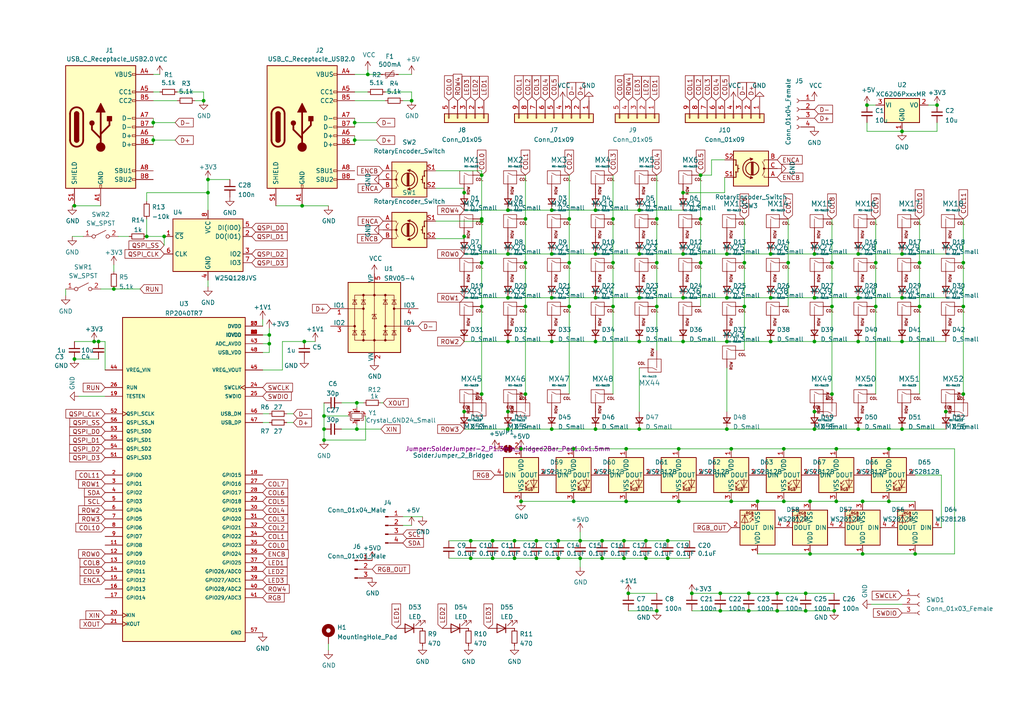
<source format=kicad_sch>
(kicad_sch (version 20211123) (generator eeschema)
  (paper "A4")
  (lib_symbols
    (symbol "Connector:Conn_01x03_Female" (pin_names (offset 1.016) hide)
      (property "Reference" "J" (at 0 5.08 0))
      (property "Value" "Conn_01x03_Female" (at 0 -5.08 0))
      (symbol "Conn_01x03_Female_1_1"
        (pin passive line (at -5.08 2.54 0) (length 3.81) (name "Pin_1") (number "1"))
        (pin passive line (at -5.08 0 0) (length 3.81) (name "Pin_2") (number "2"))
        (pin passive line (at -5.08 -2.54 0) (length 3.81) (name "Pin_3") (number "3"))
      )
    )
    (symbol "Connector:Conn_01x03_Male" (pin_names (offset 1.016) hide)
      (property "Reference" "J" (at 0 5.08 0))
      (property "Value" "Conn_01x03_Male" (at 0 -5.08 0))
      (symbol "Conn_01x03_Male_1_1"
        (pin passive line (at 5.08 2.54 180) (length 3.81) (name "Pin_1") (number "1"))
        (pin passive line (at 5.08 0 180) (length 3.81) (name "Pin_2") (number "2"))
        (pin passive line (at 5.08 -2.54 180) (length 3.81) (name "Pin_3") (number "3"))
      )
    )
    (symbol "Connector:Conn_01x04_Female" (pin_names (offset 1.016) hide)
      (property "Reference" "J" (at 0 5.08 0))
      (property "Value" "Conn_01x04_Female" (at 0 -7.62 0))
      (symbol "Conn_01x04_Female_1_1"
        (pin passive line (at -5.08 2.54 0) (length 3.81) (name "Pin_1") (number "1"))
        (pin passive line (at -5.08 0 0) (length 3.81) (name "Pin_2") (number "2"))
        (pin passive line (at -5.08 -2.54 0) (length 3.81) (name "Pin_3") (number "3"))
        (pin passive line (at -5.08 -5.08 0) (length 3.81) (name "Pin_4") (number "4"))
      )
    )
    (symbol "Connector:Conn_01x04_Male" (pin_names (offset 1.016) hide)
      (property "Reference" "J" (at 0 5.08 0))
      (property "Value" "Conn_01x04_Male" (at 0 -7.62 0))
      (symbol "Conn_01x04_Male_1_1"
        (pin passive line (at 5.08 2.54 180) (length 3.81) (name "Pin_1") (number "1"))
        (pin passive line (at 5.08 0 180) (length 3.81) (name "Pin_2") (number "2"))
        (pin passive line (at 5.08 -2.54 180) (length 3.81) (name "Pin_3") (number "3"))
        (pin passive line (at 5.08 -5.08 180) (length 3.81) (name "Pin_4") (number "4"))
      )
    )
    (symbol "Connector:USB_C_Receptacle_USB2.0" (pin_names (offset 1.016))
      (property "Reference" "J" (at -10.16 19.05 0))
      (property "Value" "USB_C_Receptacle_USB2.0" (at 19.05 19.05 0))
      (symbol "USB_C_Receptacle_USB2.0_1_1"
        (pin passive line (at 0 -22.86 90) (length 5.08) (name "GND") (number "A1"))
        (pin passive line (at 0 -22.86 90) (length 5.08) hide (name "GND") (number "A12"))
        (pin passive line (at 15.24 15.24 180) (length 5.08) (name "VBUS") (number "A4"))
        (pin bidirectional line (at 15.24 10.16 180) (length 5.08) (name "CC1") (number "A5"))
        (pin bidirectional line (at 15.24 -2.54 180) (length 5.08) (name "D+") (number "A6"))
        (pin bidirectional line (at 15.24 2.54 180) (length 5.08) (name "D-") (number "A7"))
        (pin bidirectional line (at 15.24 -12.7 180) (length 5.08) (name "SBU1") (number "A8"))
        (pin passive line (at 15.24 15.24 180) (length 5.08) hide (name "VBUS") (number "A9"))
        (pin passive line (at 0 -22.86 90) (length 5.08) hide (name "GND") (number "B1"))
        (pin passive line (at 0 -22.86 90) (length 5.08) hide (name "GND") (number "B12"))
        (pin passive line (at 15.24 15.24 180) (length 5.08) hide (name "VBUS") (number "B4"))
        (pin bidirectional line (at 15.24 7.62 180) (length 5.08) (name "CC2") (number "B5"))
        (pin bidirectional line (at 15.24 -5.08 180) (length 5.08) (name "D+") (number "B6"))
        (pin bidirectional line (at 15.24 0 180) (length 5.08) (name "D-") (number "B7"))
        (pin bidirectional line (at 15.24 -15.24 180) (length 5.08) (name "SBU2") (number "B8"))
        (pin passive line (at 15.24 15.24 180) (length 5.08) hide (name "VBUS") (number "B9"))
        (pin passive line (at -7.62 -22.86 90) (length 5.08) (name "SHIELD") (number "S1"))
      )
    )
    (symbol "Connector_Generic:Conn_01x05" (pin_names (offset 1.016) hide)
      (property "Reference" "J" (at 0 7.62 0))
      (property "Value" "Conn_01x05" (at 0 -7.62 0))
      (symbol "Conn_01x05_1_1"
        (pin passive line (at -5.08 5.08 0) (length 3.81) (name "Pin_1") (number "1"))
        (pin passive line (at -5.08 2.54 0) (length 3.81) (name "Pin_2") (number "2"))
        (pin passive line (at -5.08 0 0) (length 3.81) (name "Pin_3") (number "3"))
        (pin passive line (at -5.08 -2.54 0) (length 3.81) (name "Pin_4") (number "4"))
        (pin passive line (at -5.08 -5.08 0) (length 3.81) (name "Pin_5") (number "5"))
      )
    )
    (symbol "Connector_Generic:Conn_01x09" (pin_names (offset 1.016) hide)
      (property "Reference" "J" (at 0 12.7 0))
      (property "Value" "Conn_01x09" (at 0 -12.7 0))
      (symbol "Conn_01x09_1_1"
        (pin passive line (at -5.08 10.16 0) (length 3.81) (name "Pin_1") (number "1"))
        (pin passive line (at -5.08 7.62 0) (length 3.81) (name "Pin_2") (number "2"))
        (pin passive line (at -5.08 5.08 0) (length 3.81) (name "Pin_3") (number "3"))
        (pin passive line (at -5.08 2.54 0) (length 3.81) (name "Pin_4") (number "4"))
        (pin passive line (at -5.08 0 0) (length 3.81) (name "Pin_5") (number "5"))
        (pin passive line (at -5.08 -2.54 0) (length 3.81) (name "Pin_6") (number "6"))
        (pin passive line (at -5.08 -5.08 0) (length 3.81) (name "Pin_7") (number "7"))
        (pin passive line (at -5.08 -7.62 0) (length 3.81) (name "Pin_8") (number "8"))
        (pin passive line (at -5.08 -10.16 0) (length 3.81) (name "Pin_9") (number "9"))
      )
    )
    (symbol "Device:C_Small" (pin_numbers hide) (pin_names (offset 0.254) hide)
      (property "Reference" "C" (at 0.254 1.778 0))
      (property "Value" "C_Small" (at 0.254 -2.032 0))
      (symbol "C_Small_1_1"
        (pin passive line (at 0 2.54 270) (length 2.032) (name "~") (number "1"))
        (pin passive line (at 0 -2.54 90) (length 2.032) (name "~") (number "2"))
      )
    )
    (symbol "Device:Crystal_GND24_Small" (pin_names (offset 1.016) hide)
      (property "Reference" "Y" (at 1.27 4.445 0))
      (property "Value" "Crystal_GND24_Small" (at 1.27 2.54 0))
      (symbol "Crystal_GND24_Small_1_1"
        (pin passive line (at -2.54 0 0) (length 1.27) (name "1") (number "1"))
        (pin passive line (at 0 -2.54 90) (length 0.635) (name "2") (number "2"))
        (pin passive line (at 2.54 0 180) (length 1.27) (name "3") (number "3"))
        (pin passive line (at 0 2.54 270) (length 0.635) (name "4") (number "4"))
      )
    )
    (symbol "Device:D_Small" (pin_numbers hide) (pin_names (offset 0.254) hide)
      (property "Reference" "D" (at -1.27 2.032 0))
      (property "Value" "D_Small" (at -3.81 -2.032 0))
      (symbol "D_Small_1_1"
        (pin passive line (at -2.54 0 0) (length 1.778) (name "K") (number "1"))
        (pin passive line (at 2.54 0 180) (length 1.778) (name "A") (number "2"))
      )
    )
    (symbol "Device:LED" (pin_numbers hide) (pin_names (offset 1.016) hide)
      (property "Reference" "D" (at 0 2.54 0))
      (property "Value" "LED" (at 0 -2.54 0))
      (symbol "LED_1_1"
        (pin passive line (at -3.81 0 0) (length 2.54) (name "K") (number "1"))
        (pin passive line (at 3.81 0 180) (length 2.54) (name "A") (number "2"))
      )
    )
    (symbol "Device:Polyfuse_Small" (pin_numbers hide) (pin_names (offset 0))
      (property "Reference" "F" (at -1.905 0 90))
      (property "Value" "Polyfuse_Small" (at 1.905 0 90))
      (symbol "Polyfuse_Small_1_1"
        (pin passive line (at 0 2.54 270) (length 0.635) (name "~") (number "1"))
        (pin passive line (at 0 -2.54 90) (length 0.635) (name "~") (number "2"))
      )
    )
    (symbol "Device:R_Small" (pin_numbers hide) (pin_names (offset 0.254) hide)
      (property "Reference" "R" (at 0.762 0.508 0))
      (property "Value" "R_Small" (at 0.762 -1.016 0))
      (symbol "R_Small_1_1"
        (pin passive line (at 0 2.54 270) (length 0.762) (name "~") (number "1"))
        (pin passive line (at 0 -2.54 90) (length 0.762) (name "~") (number "2"))
      )
    )
    (symbol "Device:RotaryEncoder_Switch" (pin_names (offset 0.254) hide)
      (property "Reference" "SW" (at 0 6.604 0))
      (property "Value" "RotaryEncoder_Switch" (at 0 -6.604 0))
      (symbol "RotaryEncoder_Switch_1_1"
        (pin passive line (at -7.62 2.54 0) (length 2.54) (name "A") (number "A"))
        (pin passive line (at -7.62 -2.54 0) (length 2.54) (name "B") (number "B"))
        (pin passive line (at -7.62 0 0) (length 2.54) (name "C") (number "C"))
        (pin passive line (at 7.62 2.54 180) (length 2.54) (name "S1") (number "S1"))
        (pin passive line (at 7.62 -2.54 180) (length 2.54) (name "S2") (number "S2"))
      )
    )
    (symbol "Jumper:SolderJumper_2_Bridged" (pin_names (offset 0) hide)
      (property "Reference" "JP" (at 0 2.032 0))
      (property "Value" "SolderJumper_2_Bridged" (at 0 -2.54 0))
      (symbol "SolderJumper_2_Bridged_1_1"
        (pin passive line (at -3.81 0 0) (length 2.54) (name "A") (number "1"))
        (pin passive line (at 3.81 0 180) (length 2.54) (name "B") (number "2"))
      )
    )
    (symbol "LED:WS2812B" (pin_names (offset 0.254))
      (property "Reference" "D" (at 5.08 5.715 0))
      (property "Value" "WS2812B" (at 1.27 -5.715 0))
      (symbol "WS2812B_0_0"
        (text "RGB" (at 2.286 -4.191 0) (effects (font (size 0.762 0.762))))
      )
      (symbol "WS2812B_1_1"
        (pin power_in line (at 0 7.62 270) (length 2.54) (name "VDD") (number "1"))
        (pin output line (at 7.62 0 180) (length 2.54) (name "DOUT") (number "2"))
        (pin power_in line (at 0 -7.62 90) (length 2.54) (name "VSS") (number "3"))
        (pin input line (at -7.62 0 0) (length 2.54) (name "DIN") (number "4"))
      )
    )
    (symbol "MX_Alps_Hybrid:MX-NoLED" (pin_names (offset 1.016))
      (property "Reference" "MX" (at -0.635 3.81 0))
      (property "Value" "MX_Alps_Hybrid_MX-NoLED" (at -0.635 1.27 0))
      (symbol "MX-NoLED_0_0"
        (text "COL" (at 3.175 0 0) (effects (font (size 0.762 0.762))))
        (text "ROW" (at 0 -1.905 900) (effects (font (size 0.762 0.762)) (justify right)))
      )
      (symbol "MX-NoLED_1_1"
        (pin passive line (at 3.81 1.27 180) (length 2.54) (name "COL") (number "1"))
        (pin passive line (at -1.27 -3.81 90) (length 2.54) (name "ROW") (number "2"))
      )
    )
    (symbol "Mechanical:MountingHole_Pad" (pin_numbers hide) (pin_names (offset 1.016) hide)
      (property "Reference" "H" (at 0 6.35 0))
      (property "Value" "MountingHole_Pad" (at 0 4.445 0))
      (symbol "MountingHole_Pad_1_1"
        (pin input line (at 0 -2.54 90) (length 2.54) (name "1") (number "1"))
      )
    )
    (symbol "Memory_Flash:W25Q128JVS"
      (property "Reference" "U" (at -8.89 8.89 0))
      (property "Value" "W25Q128JVS" (at 7.62 8.89 0))
      (symbol "W25Q128JVS_1_1"
        (pin input line (at -12.7 2.54 0) (length 2.54) (name "~{CS}") (number "1"))
        (pin bidirectional line (at 12.7 2.54 180) (length 2.54) (name "DO(IO1)") (number "2"))
        (pin bidirectional line (at 12.7 -2.54 180) (length 2.54) (name "IO2") (number "3"))
        (pin power_in line (at 0 -10.16 90) (length 2.54) (name "GND") (number "4"))
        (pin bidirectional line (at 12.7 5.08 180) (length 2.54) (name "DI(IO0)") (number "5"))
        (pin input line (at -12.7 -2.54 0) (length 2.54) (name "CLK") (number "6"))
        (pin bidirectional line (at 12.7 -5.08 180) (length 2.54) (name "IO3") (number "7"))
        (pin power_in line (at 0 10.16 270) (length 2.54) (name "VCC") (number "8"))
      )
    )
    (symbol "Power_Protection:SRV05-4" (pin_names (offset 0))
      (property "Reference" "U" (at -5.08 11.43 0))
      (property "Value" "SRV05-4" (at 2.54 11.43 0))
      (symbol "SRV05-4_1_1"
        (pin passive line (at -12.7 2.54 0) (length 5.08) (name "IO1") (number "1"))
        (pin passive line (at 0 -12.7 90) (length 2.54) (name "VN") (number "2"))
        (pin passive line (at -12.7 -2.54 0) (length 5.08) (name "IO2") (number "3"))
        (pin passive line (at 12.7 2.54 180) (length 5.08) (name "IO3") (number "4"))
        (pin passive line (at 0 12.7 270) (length 2.54) (name "VP") (number "5"))
        (pin passive line (at 12.7 -2.54 180) (length 5.08) (name "IO4") (number "6"))
      )
    )
    (symbol "RP2040TR7:RP2040TR7" (pin_names (offset 1.016))
      (property "Reference" "U" (at -17.78 46.99 0))
      (property "Value" "RP2040TR7" (at -17.526 -51.562 0))
      (symbol "RP2040TR7_0_0"
        (pin power_in line (at 22.86 40.64 180) (length 5.08) (name "IOVDD") (number "1"))
        (pin power_in line (at 22.86 40.64 180) (length 5.08) (name "IOVDD") (number "10"))
        (pin bidirectional line (at -22.86 -20.32 0) (length 5.08) (name "GPIO8") (number "11"))
        (pin bidirectional line (at -22.86 -22.86 0) (length 5.08) (name "GPIO9") (number "12"))
        (pin bidirectional line (at -22.86 -25.4 0) (length 5.08) (name "GPIO10") (number "13"))
        (pin bidirectional line (at -22.86 -27.94 0) (length 5.08) (name "GPIO11") (number "14"))
        (pin bidirectional line (at -22.86 -30.48 0) (length 5.08) (name "GPIO12") (number "15"))
        (pin bidirectional line (at -22.86 -33.02 0) (length 5.08) (name "GPIO13") (number "16"))
        (pin bidirectional line (at -22.86 -35.56 0) (length 5.08) (name "GPIO14") (number "17"))
        (pin bidirectional line (at 22.86 0 180) (length 5.08) (name "GPIO15") (number "18"))
        (pin input line (at -22.86 22.86 0) (length 5.08) (name "TESTEN") (number "19"))
        (pin bidirectional line (at -22.86 0 0) (length 5.08) (name "GPIO0") (number "2"))
        (pin input clock (at -22.86 -40.64 0) (length 5.08) (name "XIN") (number "20"))
        (pin output clock (at -22.86 -43.18 0) (length 5.08) (name "XOUT") (number "21"))
        (pin power_in line (at 22.86 40.64 180) (length 5.08) (name "IOVDD") (number "22"))
        (pin power_in line (at 22.86 43.18 180) (length 5.08) (name "DVDD") (number "23"))
        (pin input clock (at 22.86 25.4 180) (length 5.08) (name "SWCLK") (number "24"))
        (pin bidirectional line (at 22.86 22.86 180) (length 5.08) (name "SWDIO") (number "25"))
        (pin input line (at -22.86 25.4 0) (length 5.08) (name "RUN") (number "26"))
        (pin bidirectional line (at 22.86 -2.54 180) (length 5.08) (name "GPIO16") (number "27"))
        (pin bidirectional line (at 22.86 -5.08 180) (length 5.08) (name "GPIO17") (number "28"))
        (pin bidirectional line (at 22.86 -7.62 180) (length 5.08) (name "GPIO18") (number "29"))
        (pin bidirectional line (at -22.86 -2.54 0) (length 5.08) (name "GPIO1") (number "3"))
        (pin bidirectional line (at 22.86 -10.16 180) (length 5.08) (name "GPIO19") (number "30"))
        (pin bidirectional line (at 22.86 -12.7 180) (length 5.08) (name "GPIO20") (number "31"))
        (pin bidirectional line (at 22.86 -15.24 180) (length 5.08) (name "GPIO21") (number "32"))
        (pin power_in line (at 22.86 40.64 180) (length 5.08) (name "IOVDD") (number "33"))
        (pin bidirectional line (at 22.86 -17.78 180) (length 5.08) (name "GPIO22") (number "34"))
        (pin bidirectional line (at 22.86 -20.32 180) (length 5.08) (name "GPIO23") (number "35"))
        (pin bidirectional line (at 22.86 -22.86 180) (length 5.08) (name "GPIO24") (number "36"))
        (pin bidirectional line (at 22.86 -25.4 180) (length 5.08) (name "GPIO25") (number "37"))
        (pin bidirectional line (at 22.86 -27.94 180) (length 5.08) (name "GPIO26/ADC0") (number "38"))
        (pin bidirectional line (at 22.86 -30.48 180) (length 5.08) (name "GPIO27/ADC1") (number "39"))
        (pin bidirectional line (at -22.86 -5.08 0) (length 5.08) (name "GPIO2") (number "4"))
        (pin bidirectional line (at 22.86 -33.02 180) (length 5.08) (name "GPIO28/ADC2") (number "40"))
        (pin bidirectional line (at 22.86 -35.56 180) (length 5.08) (name "GPIO29/ADC3") (number "41"))
        (pin power_in line (at 22.86 40.64 180) (length 5.08) (name "IOVDD") (number "42"))
        (pin power_in line (at 22.86 38.1 180) (length 5.08) (name "ADC_AVDD") (number "43"))
        (pin input line (at -22.86 30.48 0) (length 5.08) (name "VREG_VIN") (number "44"))
        (pin output line (at 22.86 30.48 180) (length 5.08) (name "VREG_VOUT") (number "45"))
        (pin bidirectional line (at 22.86 17.78 180) (length 5.08) (name "USB_DM") (number "46"))
        (pin bidirectional line (at 22.86 15.24 180) (length 5.08) (name "USB_DP") (number "47"))
        (pin power_in line (at 22.86 35.56 180) (length 5.08) (name "USB_VDD") (number "48"))
        (pin power_in line (at 22.86 40.64 180) (length 5.08) (name "IOVDD") (number "49"))
        (pin bidirectional line (at -22.86 -7.62 0) (length 5.08) (name "GPIO3") (number "5"))
        (pin power_in line (at 22.86 43.18 180) (length 5.08) (name "DVDD") (number "50"))
        (pin bidirectional line (at -22.86 5.08 0) (length 5.08) (name "QSPI_SD3") (number "51"))
        (pin bidirectional clock (at -22.86 17.78 0) (length 5.08) (name "QSPI_SCLK") (number "52"))
        (pin bidirectional line (at -22.86 12.7 0) (length 5.08) (name "QSPI_SD0") (number "53"))
        (pin bidirectional line (at -22.86 7.62 0) (length 5.08) (name "QSPI_SD2") (number "54"))
        (pin bidirectional line (at -22.86 10.16 0) (length 5.08) (name "QSPI_SD1") (number "55"))
        (pin bidirectional line (at -22.86 15.24 0) (length 5.08) (name "QSPI_SS_N") (number "56"))
        (pin power_in line (at 22.86 -45.72 180) (length 5.08) (name "GND") (number "57"))
        (pin bidirectional line (at -22.86 -10.16 0) (length 5.08) (name "GPIO4") (number "6"))
        (pin bidirectional line (at -22.86 -12.7 0) (length 5.08) (name "GPIO5") (number "7"))
        (pin bidirectional line (at -22.86 -15.24 0) (length 5.08) (name "GPIO6") (number "8"))
        (pin bidirectional line (at -22.86 -17.78 0) (length 5.08) (name "GPIO7") (number "9"))
      )
    )
    (symbol "Regulator_Linear:XC6206PxxxMR" (pin_names (offset 0.254))
      (property "Reference" "U" (at -3.81 3.175 0))
      (property "Value" "XC6206PxxxMR" (at 0 3.175 0))
      (symbol "XC6206PxxxMR_1_1"
        (pin power_in line (at 0 -7.62 90) (length 2.54) (name "GND") (number "1"))
        (pin power_out line (at 7.62 0 180) (length 2.54) (name "VO") (number "2"))
        (pin power_in line (at -7.62 0 0) (length 2.54) (name "VI") (number "3"))
      )
    )
    (symbol "Switch:SW_SPST" (pin_names (offset 0) hide)
      (property "Reference" "SW" (at 0 3.175 0))
      (property "Value" "SW_SPST" (at 0 -2.54 0))
      (symbol "SW_SPST_1_1"
        (pin passive line (at -5.08 0 0) (length 2.54) (name "A") (number "1"))
        (pin passive line (at 5.08 0 180) (length 2.54) (name "B") (number "2"))
      )
    )
    (symbol "power:+1V1" (power) (pin_names (offset 0))
      (property "Value" "+1V1" (at 0 3.556 0))
      (symbol "+1V1_1_1"
        (pin power_in line (at 0 0 90) (length 0) hide (name "+1V1") (number "1"))
      )
    )
    (symbol "power:+3V3" (power) (pin_names (offset 0))
      (property "Value" "+3V3" (at 0 3.556 0))
      (symbol "+3V3_1_1"
        (pin power_in line (at 0 0 90) (length 0) hide (name "+3V3") (number "1"))
      )
    )
    (symbol "power:+5V" (power) (pin_names (offset 0))
      (property "Value" "+5V" (at 0 3.556 0))
      (symbol "+5V_1_1"
        (pin power_in line (at 0 0 90) (length 0) hide (name "+5V") (number "1"))
      )
    )
    (symbol "power:+5VD" (power) (pin_names (offset 0))
      (property "Value" "+5VD" (at 0 3.556 0))
      (symbol "+5VD_1_1"
        (pin power_in line (at 0 0 90) (length 0) hide (name "+5VD") (number "1"))
      )
    )
    (symbol "power:GND" (power) (pin_names (offset 0))
      (property "Value" "GND" (at 0 -3.81 0))
      (symbol "GND_1_1"
        (pin power_in line (at 0 0 270) (length 0) hide (name "GND") (number "1"))
      )
    )
    (symbol "power:VCC" (power) (pin_names (offset 0))
      (property "Value" "VCC" (at 0 3.81 0))
      (symbol "VCC_1_1"
        (pin power_in line (at 0 0 90) (length 0) hide (name "VCC") (number "1"))
      )
    )
  )
  (junction (at 172.72 86.36))
  (junction (at 160.02 86.36))
  (junction (at 60.325 52.07))
  (junction (at 219.71 145.415))
  (junction (at 172.72 73.66))
  (junction (at 190.5 88.9))
  (junction (at 165.1 63.5))
  (junction (at 59.055 29.21))
  (junction (at 193.675 161.925))
  (junction (at 234.95 145.415))
  (junction (at 225.425 177.165))
  (junction (at 93.98 124.46))
  (junction (at 181.61 130.175))
  (junction (at 228.6 76.2))
  (junction (at 160.02 124.46))
  (junction (at 103.505 116.84))
  (junction (at 21.59 104.14))
  (junction (at 215.9 76.2))
  (junction (at 155.575 161.925))
  (junction (at 254 76.2))
  (junction (at 177.8 63.5))
  (junction (at 266.7 88.9))
  (junction (at 103.505 124.46))
  (junction (at 93.98 120.65))
  (junction (at 257.81 145.415))
  (junction (at 187.325 161.925))
  (junction (at 257.81 130.175))
  (junction (at 151.13 145.415))
  (junction (at 102.87 40.64))
  (junction (at 236.22 86.36))
  (junction (at 227.33 130.175))
  (junction (at 134.62 55.88))
  (junction (at 236.22 119.38))
  (junction (at 212.09 130.175))
  (junction (at 248.92 86.36))
  (junction (at 155.575 156.845))
  (junction (at 27.305 99.06))
  (junction (at 203.2 50.8))
  (junction (at 119.38 29.21))
  (junction (at 250.19 145.415))
  (junction (at 151.13 130.175))
  (junction (at 200.66 172.085))
  (junction (at 139.7 76.2))
  (junction (at 172.72 124.46))
  (junction (at 44.45 40.64))
  (junction (at 147.32 86.36))
  (junction (at 217.17 177.165))
  (junction (at 181.61 145.415))
  (junction (at 196.85 145.415))
  (junction (at 165.1 88.9))
  (junction (at 215.9 88.9))
  (junction (at 147.32 99.06))
  (junction (at 177.8 88.9))
  (junction (at 187.325 156.845))
  (junction (at 279.4 114.3))
  (junction (at 241.3 114.3))
  (junction (at 160.02 60.96))
  (junction (at 261.62 124.46))
  (junction (at 274.32 119.38))
  (junction (at 180.975 156.845))
  (junction (at 152.4 88.9))
  (junction (at 198.12 86.36))
  (junction (at 147.32 124.46))
  (junction (at 168.275 156.845))
  (junction (at 106.68 21.59))
  (junction (at 261.62 99.06))
  (junction (at 78.105 97.155))
  (junction (at 165.1 76.2))
  (junction (at 33.02 83.82))
  (junction (at 242.57 130.175))
  (junction (at 225.425 172.085))
  (junction (at 149.225 156.845))
  (junction (at 190.5 76.2))
  (junction (at 198.12 55.88))
  (junction (at 174.625 156.845))
  (junction (at 248.92 124.46))
  (junction (at 251.46 30.48))
  (junction (at 136.525 161.925))
  (junction (at 190.5 177.165))
  (junction (at 190.5 63.5))
  (junction (at 212.09 145.415))
  (junction (at 210.82 73.66))
  (junction (at 236.22 73.66))
  (junction (at 261.62 86.36))
  (junction (at 139.7 88.9))
  (junction (at 28.575 99.06))
  (junction (at 242.57 145.415))
  (junction (at 198.12 99.06))
  (junction (at 193.675 156.845))
  (junction (at 149.225 161.925))
  (junction (at 78.105 99.695))
  (junction (at 142.875 161.925))
  (junction (at 233.68 177.165))
  (junction (at 147.32 119.38))
  (junction (at 185.42 73.66))
  (junction (at 248.92 99.06))
  (junction (at 134.62 119.38))
  (junction (at 208.915 172.085))
  (junction (at 227.33 145.415))
  (junction (at 139.7 64.135))
  (junction (at 185.42 86.36))
  (junction (at 223.52 99.06))
  (junction (at 60.325 55.88))
  (junction (at 160.02 99.06))
  (junction (at 248.92 73.66))
  (junction (at 210.82 124.46))
  (junction (at 208.915 177.165))
  (junction (at 87.63 59.69))
  (junction (at 174.625 161.925))
  (junction (at 182.245 172.085))
  (junction (at 177.8 76.2))
  (junction (at 241.935 177.165))
  (junction (at 234.95 160.655))
  (junction (at 265.43 160.655))
  (junction (at 21.59 59.69))
  (junction (at 136.525 156.845))
  (junction (at 241.3 88.9))
  (junction (at 139.7 63.5))
  (junction (at 236.22 99.06))
  (junction (at 250.19 160.655))
  (junction (at 185.42 124.46))
  (junction (at 196.85 130.175))
  (junction (at 223.52 73.66))
  (junction (at 168.275 161.925))
  (junction (at 44.45 35.56))
  (junction (at 166.37 145.415))
  (junction (at 233.68 172.085))
  (junction (at 134.62 68.58))
  (junction (at 166.37 130.175))
  (junction (at 254 88.9))
  (junction (at 160.02 73.66))
  (junction (at 161.925 156.845))
  (junction (at 203.2 63.5))
  (junction (at 217.17 172.085))
  (junction (at 172.72 99.06))
  (junction (at 102.87 35.56))
  (junction (at 172.72 60.96))
  (junction (at 261.62 38.1))
  (junction (at 236.22 124.46))
  (junction (at 271.78 30.48))
  (junction (at 93.98 127.635))
  (junction (at 279.4 76.2))
  (junction (at 147.32 60.96))
  (junction (at 210.82 86.36))
  (junction (at 241.3 76.2))
  (junction (at 198.12 73.66))
  (junction (at 210.82 99.06))
  (junction (at 266.7 76.2))
  (junction (at 42.545 68.58))
  (junction (at 223.52 86.36))
  (junction (at 47.625 68.58))
  (junction (at 139.7 114.3))
  (junction (at 152.4 76.2))
  (junction (at 88.265 99.06))
  (junction (at 139.7 50.8))
  (junction (at 142.875 156.845))
  (junction (at 152.4 114.3))
  (junction (at 152.4 63.5))
  (junction (at 185.42 60.96))
  (junction (at 279.4 88.9))
  (junction (at 161.925 161.925))
  (junction (at 185.42 99.06))
  (junction (at 261.62 73.66))
  (junction (at 147.32 73.66))
  (junction (at 203.2 76.2))
  (junction (at 180.975 161.925))
  (wire (pts (xy 147.32 99.06) (xy 160.02 99.06)))
  (wire (pts (xy 83.185 122.555) (xy 85.09 122.555)))
  (wire (pts (xy 233.68 172.085) (xy 241.935 172.085)))
  (wire (pts (xy 168.275 161.925) (xy 174.625 161.925)))
  (wire (pts (xy 88.265 99.06) (xy 91.44 99.06)))
  (wire (pts (xy 165.1 50.8) (xy 165.1 63.5)))
  (wire (pts (xy 151.13 130.175) (xy 166.37 130.175)))
  (wire (pts (xy 212.09 130.175) (xy 227.33 130.175)))
  (wire (pts (xy 59.055 29.21) (xy 56.515 29.21)))
  (wire (pts (xy 172.72 86.36) (xy 185.42 86.36)))
  (wire (pts (xy 87.63 59.69) (xy 95.25 59.69)))
  (wire (pts (xy 105.41 116.84) (xy 103.505 116.84)))
  (wire (pts (xy 219.71 145.415) (xy 227.33 145.415)))
  (wire (pts (xy 76.2 122.555) (xy 78.105 122.555)))
  (wire (pts (xy 109.22 40.64) (xy 102.87 40.64)))
  (wire (pts (xy 166.37 130.175) (xy 181.61 130.175)))
  (wire (pts (xy 22.86 114.935) (xy 30.48 114.935)))
  (wire (pts (xy 152.4 63.5) (xy 152.4 76.2)))
  (wire (pts (xy 172.72 73.66) (xy 185.42 73.66)))
  (wire (pts (xy 236.22 124.46) (xy 248.92 124.46)))
  (wire (pts (xy 254 76.2) (xy 254 88.9)))
  (wire (pts (xy 206.375 50.8) (xy 203.2 50.8)))
  (wire (pts (xy 99.06 116.84) (xy 103.505 116.84)))
  (wire (pts (xy 252.73 175.26) (xy 261.62 175.26)))
  (wire (pts (xy 95.25 186.69) (xy 95.25 188.595)))
  (wire (pts (xy 44.45 40.64) (xy 44.45 41.91)))
  (wire (pts (xy 139.7 88.9) (xy 139.7 114.3)))
  (wire (pts (xy 174.625 161.925) (xy 180.975 161.925)))
  (wire (pts (xy 168.275 164.465) (xy 168.275 161.925)))
  (wire (pts (xy 266.7 88.9) (xy 266.7 114.3)))
  (wire (pts (xy 236.22 99.06) (xy 248.92 99.06)))
  (wire (pts (xy 50.8 35.56) (xy 44.45 35.56)))
  (wire (pts (xy 119.38 26.67) (xy 119.38 29.21)))
  (wire (pts (xy 185.42 73.66) (xy 198.12 73.66)))
  (wire (pts (xy 265.43 137.795) (xy 273.05 137.795)))
  (wire (pts (xy 225.425 172.085) (xy 233.68 172.085)))
  (wire (pts (xy 276.86 130.175) (xy 276.86 160.655)))
  (wire (pts (xy 149.225 161.925) (xy 155.575 161.925)))
  (wire (pts (xy 200.66 172.085) (xy 208.915 172.085)))
  (wire (pts (xy 60.325 81.28) (xy 60.325 83.185)))
  (wire (pts (xy 198.12 73.66) (xy 210.82 73.66)))
  (wire (pts (xy 102.87 34.29) (xy 102.87 35.56)))
  (wire (pts (xy 233.68 177.165) (xy 241.935 177.165)))
  (wire (pts (xy 248.92 73.66) (xy 261.62 73.66)))
  (wire (pts (xy 181.61 145.415) (xy 196.85 145.415)))
  (wire (pts (xy 208.915 177.165) (xy 217.17 177.165)))
  (wire (pts (xy 59.055 26.67) (xy 59.055 29.21)))
  (wire (pts (xy 42.545 55.88) (xy 60.325 55.88)))
  (wire (pts (xy 44.45 39.37) (xy 44.45 40.64)))
  (wire (pts (xy 271.78 38.1) (xy 271.78 35.56)))
  (wire (pts (xy 161.925 161.925) (xy 168.275 161.925)))
  (wire (pts (xy 210.185 46.355) (xy 206.375 46.355)))
  (wire (pts (xy 136.525 156.845) (xy 142.875 156.845)))
  (wire (pts (xy 198.12 99.06) (xy 210.82 99.06)))
  (wire (pts (xy 103.505 116.84) (xy 103.505 118.11)))
  (wire (pts (xy 20.955 59.69) (xy 21.59 59.69)))
  (wire (pts (xy 93.98 116.84) (xy 93.98 120.65)))
  (wire (pts (xy 147.32 73.66) (xy 160.02 73.66)))
  (wire (pts (xy 126.365 54.61) (xy 134.62 54.61)))
  (wire (pts (xy 29.21 83.82) (xy 33.02 83.82)))
  (wire (pts (xy 210.82 124.46) (xy 236.22 124.46)))
  (wire (pts (xy 33.02 83.82) (xy 40.64 83.82)))
  (wire (pts (xy 190.5 76.2) (xy 190.5 88.9)))
  (wire (pts (xy 200.66 177.165) (xy 208.915 177.165)))
  (wire (pts (xy 172.72 99.06) (xy 185.42 99.06)))
  (wire (pts (xy 44.45 35.56) (xy 44.45 36.83)))
  (wire (pts (xy 76.2 99.695) (xy 78.105 99.695)))
  (wire (pts (xy 187.325 156.845) (xy 193.675 156.845)))
  (wire (pts (xy 177.8 63.5) (xy 177.8 76.2)))
  (wire (pts (xy 227.33 130.175) (xy 242.57 130.175)))
  (wire (pts (xy 60.325 60.96) (xy 60.325 55.88)))
  (wire (pts (xy 180.975 161.925) (xy 187.325 161.925)))
  (wire (pts (xy 266.7 63.5) (xy 266.7 76.2)))
  (wire (pts (xy 234.95 145.415) (xy 242.57 145.415)))
  (wire (pts (xy 130.175 161.925) (xy 136.525 161.925)))
  (wire (pts (xy 251.46 38.1) (xy 261.62 38.1)))
  (wire (pts (xy 147.32 60.96) (xy 160.02 60.96)))
  (wire (pts (xy 269.24 30.48) (xy 271.78 30.48)))
  (wire (pts (xy 47.625 68.58) (xy 47.625 71.12)))
  (wire (pts (xy 181.61 130.175) (xy 196.85 130.175)))
  (wire (pts (xy 126.365 69.215) (xy 134.62 69.215)))
  (wire (pts (xy 241.3 76.2) (xy 241.3 88.9)))
  (wire (pts (xy 198.12 86.36) (xy 210.82 86.36)))
  (wire (pts (xy 21.59 104.14) (xy 28.575 104.14)))
  (wire (pts (xy 42.545 68.58) (xy 42.545 63.5)))
  (wire (pts (xy 152.4 50.8) (xy 152.4 63.5)))
  (wire (pts (xy 126.365 49.53) (xy 139.7 49.53)))
  (wire (pts (xy 228.6 76.2) (xy 228.6 88.9)))
  (wire (pts (xy 76.2 107.315) (xy 81.915 107.315)))
  (wire (pts (xy 115.57 21.59) (xy 119.38 21.59)))
  (wire (pts (xy 279.4 76.2) (xy 279.4 88.9)))
  (wire (pts (xy 93.98 120.65) (xy 100.965 120.65)))
  (wire (pts (xy 102.87 39.37) (xy 102.87 40.64)))
  (wire (pts (xy 219.71 160.655) (xy 234.95 160.655)))
  (wire (pts (xy 149.225 156.845) (xy 155.575 156.845)))
  (wire (pts (xy 242.57 145.415) (xy 250.19 145.415)))
  (wire (pts (xy 166.37 145.415) (xy 181.61 145.415)))
  (wire (pts (xy 102.87 21.59) (xy 106.68 21.59)))
  (wire (pts (xy 212.09 145.415) (xy 219.71 145.415)))
  (wire (pts (xy 134.62 54.61) (xy 134.62 55.88)))
  (wire (pts (xy 210.82 106.68) (xy 210.82 119.38)))
  (wire (pts (xy 165.1 76.2) (xy 165.1 88.9)))
  (wire (pts (xy 198.12 55.88) (xy 210.185 55.88)))
  (wire (pts (xy 203.2 76.2) (xy 203.2 88.9)))
  (wire (pts (xy 248.92 86.36) (xy 261.62 86.36)))
  (wire (pts (xy 185.42 60.96) (xy 198.12 60.96)))
  (wire (pts (xy 76.2 102.235) (xy 78.105 102.235)))
  (wire (pts (xy 223.52 99.06) (xy 236.22 99.06)))
  (wire (pts (xy 136.525 161.925) (xy 142.875 161.925)))
  (wire (pts (xy 210.82 86.36) (xy 223.52 86.36)))
  (wire (pts (xy 160.02 73.66) (xy 172.72 73.66)))
  (wire (pts (xy 172.72 60.96) (xy 185.42 60.96)))
  (wire (pts (xy 134.62 73.66) (xy 147.32 73.66)))
  (wire (pts (xy 182.245 172.085) (xy 190.5 172.085)))
  (wire (pts (xy 139.7 64.135) (xy 139.7 76.2)))
  (wire (pts (xy 19.05 85.725) (xy 19.05 83.82)))
  (wire (pts (xy 155.575 156.845) (xy 161.925 156.845)))
  (wire (pts (xy 241.3 63.5) (xy 241.3 76.2)))
  (wire (pts (xy 206.375 46.355) (xy 206.375 50.8)))
  (wire (pts (xy 20.955 68.58) (xy 24.13 68.58)))
  (wire (pts (xy 106.045 127.635) (xy 93.98 127.635)))
  (wire (pts (xy 111.76 26.67) (xy 119.38 26.67)))
  (wire (pts (xy 27.305 99.06) (xy 28.575 99.06)))
  (wire (pts (xy 83.185 120.015) (xy 85.09 120.015)))
  (wire (pts (xy 119.38 29.21) (xy 116.84 29.21)))
  (wire (pts (xy 261.62 124.46) (xy 274.32 124.46)))
  (wire (pts (xy 168.275 156.845) (xy 174.625 156.845)))
  (wire (pts (xy 160.02 86.36) (xy 172.72 86.36)))
  (wire (pts (xy 257.81 145.415) (xy 265.43 145.415)))
  (wire (pts (xy 182.245 177.165) (xy 190.5 177.165)))
  (wire (pts (xy 236.22 86.36) (xy 248.92 86.36)))
  (wire (pts (xy 139.7 63.5) (xy 139.7 64.135)))
  (wire (pts (xy 134.62 99.06) (xy 147.32 99.06)))
  (wire (pts (xy 160.02 99.06) (xy 172.72 99.06)))
  (wire (pts (xy 185.42 124.46) (xy 210.82 124.46)))
  (wire (pts (xy 203.2 63.5) (xy 203.2 76.2)))
  (wire (pts (xy 139.7 50.8) (xy 139.7 63.5)))
  (wire (pts (xy 190.5 88.9) (xy 190.5 101.6)))
  (wire (pts (xy 60.325 55.88) (xy 60.325 52.07)))
  (wire (pts (xy 147.32 124.46) (xy 160.02 124.46)))
  (wire (pts (xy 254 88.9) (xy 254 114.3)))
  (wire (pts (xy 147.32 86.36) (xy 160.02 86.36)))
  (wire (pts (xy 21.59 59.69) (xy 29.21 59.69)))
  (wire (pts (xy 193.675 161.925) (xy 200.025 161.925)))
  (wire (pts (xy 223.52 73.66) (xy 236.22 73.66)))
  (wire (pts (xy 93.98 120.65) (xy 93.98 124.46)))
  (wire (pts (xy 217.17 177.165) (xy 225.425 177.165)))
  (wire (pts (xy 151.13 145.415) (xy 166.37 145.415)))
  (wire (pts (xy 261.62 99.06) (xy 274.32 99.06)))
  (wire (pts (xy 261.62 38.1) (xy 271.78 38.1)))
  (wire (pts (xy 210.82 99.06) (xy 223.52 99.06)))
  (wire (pts (xy 44.45 26.67) (xy 46.355 26.67)))
  (wire (pts (xy 251.46 35.56) (xy 251.46 38.1)))
  (wire (pts (xy 44.45 29.21) (xy 51.435 29.21)))
  (wire (pts (xy 142.875 156.845) (xy 149.225 156.845)))
  (wire (pts (xy 78.105 99.695) (xy 78.105 97.155)))
  (wire (pts (xy 196.85 145.415) (xy 212.09 145.415)))
  (wire (pts (xy 102.87 26.67) (xy 106.68 26.67)))
  (wire (pts (xy 81.915 107.315) (xy 81.915 99.06)))
  (wire (pts (xy 102.87 29.21) (xy 111.76 29.21)))
  (wire (pts (xy 265.43 160.655) (xy 276.86 160.655)))
  (wire (pts (xy 103.505 124.46) (xy 110.49 124.46)))
  (wire (pts (xy 185.42 86.36) (xy 198.12 86.36)))
  (wire (pts (xy 228.6 63.5) (xy 228.6 76.2)))
  (wire (pts (xy 196.85 130.175) (xy 212.09 130.175)))
  (wire (pts (xy 152.4 76.2) (xy 152.4 88.9)))
  (wire (pts (xy 116.84 152.4) (xy 119.38 152.4)))
  (wire (pts (xy 161.925 156.845) (xy 168.275 156.845)))
  (wire (pts (xy 261.62 73.66) (xy 274.32 73.66)))
  (wire (pts (xy 76.2 92.71) (xy 76.2 94.615)))
  (wire (pts (xy 210.185 55.88) (xy 210.185 51.435)))
  (wire (pts (xy 172.72 124.46) (xy 185.42 124.46)))
  (wire (pts (xy 134.62 86.36) (xy 147.32 86.36)))
  (wire (pts (xy 227.33 145.415) (xy 234.95 145.415)))
  (wire (pts (xy 28.575 99.06) (xy 30.48 99.06)))
  (wire (pts (xy 208.915 172.085) (xy 217.17 172.085)))
  (wire (pts (xy 78.105 95.25) (xy 78.105 97.155)))
  (wire (pts (xy 225.425 177.165) (xy 233.68 177.165)))
  (wire (pts (xy 76.2 97.155) (xy 78.105 97.155)))
  (wire (pts (xy 33.02 76.835) (xy 33.02 78.74)))
  (wire (pts (xy 234.95 160.655) (xy 250.19 160.655)))
  (wire (pts (xy 203.2 50.8) (xy 203.2 63.5)))
  (wire (pts (xy 42.545 58.42) (xy 42.545 55.88)))
  (wire (pts (xy 106.68 21.59) (xy 110.49 21.59)))
  (wire (pts (xy 106.68 21.59) (xy 106.68 20.32)))
  (wire (pts (xy 21.59 99.06) (xy 27.305 99.06)))
  (wire (pts (xy 102.87 35.56) (xy 102.87 36.83)))
  (wire (pts (xy 177.8 88.9) (xy 177.8 114.3)))
  (wire (pts (xy 80.01 59.69) (xy 87.63 59.69)))
  (wire (pts (xy 190.5 50.8) (xy 190.5 63.5)))
  (wire (pts (xy 185.42 106.68) (xy 185.42 119.38)))
  (wire (pts (xy 160.02 60.96) (xy 172.72 60.96)))
  (wire (pts (xy 165.1 63.5) (xy 165.1 76.2)))
  (wire (pts (xy 60.325 52.07) (xy 66.675 52.07)))
  (wire (pts (xy 215.9 76.2) (xy 215.9 88.9)))
  (wire (pts (xy 177.8 76.2) (xy 177.8 88.9)))
  (wire (pts (xy 185.42 99.06) (xy 198.12 99.06)))
  (wire (pts (xy 109.22 35.56) (xy 102.87 35.56)))
  (wire (pts (xy 155.575 161.925) (xy 161.925 161.925)))
  (wire (pts (xy 102.87 40.64) (xy 102.87 41.91)))
  (wire (pts (xy 78.105 102.235) (xy 78.105 99.695)))
  (wire (pts (xy 139.7 49.53) (xy 139.7 50.8)))
  (wire (pts (xy 76.2 120.015) (xy 78.105 120.015)))
  (wire (pts (xy 177.8 50.8) (xy 177.8 63.5)))
  (wire (pts (xy 47.625 68.58) (xy 42.545 68.58)))
  (wire (pts (xy 250.19 160.655) (xy 265.43 160.655)))
  (wire (pts (xy 251.46 30.48) (xy 254 30.48)))
  (wire (pts (xy 250.19 145.415) (xy 257.81 145.415)))
  (wire (pts (xy 187.325 161.925) (xy 193.675 161.925)))
  (wire (pts (xy 106.045 120.65) (xy 106.045 127.635)))
  (wire (pts (xy 248.92 99.06) (xy 261.62 99.06)))
  (wire (pts (xy 152.4 88.9) (xy 152.4 114.3)))
  (wire (pts (xy 257.81 130.175) (xy 276.86 130.175)))
  (wire (pts (xy 160.02 124.46) (xy 172.72 124.46)))
  (wire (pts (xy 273.05 137.795) (xy 273.05 153.035)))
  (wire (pts (xy 241.3 88.9) (xy 241.3 114.3)))
  (wire (pts (xy 168.275 154.305) (xy 168.275 156.845)))
  (wire (pts (xy 193.675 156.845) (xy 200.025 156.845)))
  (wire (pts (xy 190.5 63.5) (xy 190.5 76.2)))
  (wire (pts (xy 134.62 60.96) (xy 147.32 60.96)))
  (wire (pts (xy 34.29 68.58) (xy 37.465 68.58)))
  (wire (pts (xy 223.52 86.36) (xy 236.22 86.36)))
  (wire (pts (xy 126.365 64.135) (xy 139.7 64.135)))
  (wire (pts (xy 279.4 63.5) (xy 279.4 76.2)))
  (wire (pts (xy 215.9 63.5) (xy 215.9 76.2)))
  (wire (pts (xy 174.625 156.845) (xy 180.975 156.845)))
  (wire (pts (xy 266.7 76.2) (xy 266.7 88.9)))
  (wire (pts (xy 165.1 88.9) (xy 165.1 114.3)))
  (wire (pts (xy 30.48 107.315) (xy 30.48 99.06)))
  (wire (pts (xy 93.98 127.635) (xy 93.98 124.46)))
  (wire (pts (xy 142.875 161.925) (xy 149.225 161.925)))
  (wire (pts (xy 44.45 21.59) (xy 46.355 21.59)))
  (wire (pts (xy 254 63.5) (xy 254 76.2)))
  (wire (pts (xy 130.175 156.845) (xy 136.525 156.845)))
  (wire (pts (xy 44.45 34.29) (xy 44.45 35.56)))
  (wire (pts (xy 103.505 123.19) (xy 103.505 124.46)))
  (wire (pts (xy 134.62 124.46) (xy 147.32 124.46)))
  (wire (pts (xy 139.7 76.2) (xy 139.7 88.9)))
  (wire (pts (xy 81.915 99.06) (xy 88.265 99.06)))
  (wire (pts (xy 217.17 172.085) (xy 225.425 172.085)))
  (wire (pts (xy 210.82 73.66) (xy 223.52 73.66)))
  (wire (pts (xy 242.57 130.175) (xy 257.81 130.175)))
  (wire (pts (xy 236.22 73.66) (xy 248.92 73.66)))
  (wire (pts (xy 261.62 86.36) (xy 274.32 86.36)))
  (wire (pts (xy 134.62 69.215) (xy 134.62 68.58)))
  (wire (pts (xy 279.4 88.9) (xy 279.4 114.3)))
  (wire (pts (xy 116.84 149.86) (xy 122.555 149.86)))
  (wire (pts (xy 111.125 116.84) (xy 110.49 116.84)))
  (wire (pts (xy 180.975 156.845) (xy 187.325 156.845)))
  (wire (pts (xy 99.06 124.46) (xy 103.505 124.46)))
  (wire (pts (xy 51.435 26.67) (xy 59.055 26.67)))
  (wire (pts (xy 215.9 88.9) (xy 215.9 101.6)))
  (wire (pts (xy 248.92 124.46) (xy 261.62 124.46)))
  (wire (pts (xy 50.8 40.64) (xy 44.45 40.64)))
  (global_label "COL4" (shape input) (at 76.2 147.955 0) (property "Intersheet References" "${INTERSHEET_REFS}" (effects hide)))
  (global_label "COL11" (shape input) (at 279.4 63.5 90) (property "Intersheet References" "${INTERSHEET_REFS}" (effects hide)))
  (global_label "ENCB" (shape input) (at 76.2 160.655 0) (property "Intersheet References" "${INTERSHEET_REFS}" (effects hide)))
  (global_label "QSPI_SS" (shape input) (at 30.48 122.555 180) (property "Intersheet References" "${INTERSHEET_REFS}" (effects hide)))
  (global_label "ROW2" (shape input) (at 134.62 99.06 180) (property "Intersheet References" "${INTERSHEET_REFS}" (effects hide)))
  (global_label "COL9" (shape input) (at 254 63.5 90) (property "Intersheet References" "${INTERSHEET_REFS}" (effects hide)))
  (global_label "ROW1" (shape input) (at 30.48 140.335 180) (property "Intersheet References" "${INTERSHEET_REFS}" (effects hide)))
  (global_label "COL5" (shape input) (at 160.655 29.21 90) (property "Intersheet References" "${INTERSHEET_REFS}" (effects hide)))
  (global_label "QSPI_D0" (shape input) (at 73.025 66.04 0) (property "Intersheet References" "${INTERSHEET_REFS}" (effects hide)))
  (global_label "COL4" (shape input) (at 190.5 50.8 90) (property "Intersheet References" "${INTERSHEET_REFS}" (effects hide)))
  (global_label "D+" (shape input) (at 109.22 40.64 0) (property "Intersheet References" "${INTERSHEET_REFS}" (effects hide)))
  (global_label "SCL" (shape input) (at 30.48 145.415 180) (property "Intersheet References" "${INTERSHEET_REFS}" (effects hide)))
  (global_label "D-" (shape input) (at 165.735 29.21 90) (property "Intersheet References" "${INTERSHEET_REFS}" (effects hide)))
  (global_label "COL0" (shape input) (at 139.7 50.8 90) (property "Intersheet References" "${INTERSHEET_REFS}" (effects hide)))
  (global_label "D+" (shape input) (at 236.22 34.29 0) (property "Intersheet References" "${INTERSHEET_REFS}" (effects hide)))
  (global_label "SDA" (shape input) (at 116.84 157.48 0) (property "Intersheet References" "${INTERSHEET_REFS}" (effects hide)))
  (global_label "SWCLK" (shape input) (at 76.2 112.395 0) (property "Intersheet References" "${INTERSHEET_REFS}" (effects hide)))
  (global_label "ENCA" (shape input) (at 225.425 46.355 0) (property "Intersheet References" "${INTERSHEET_REFS}" (effects hide)))
  (global_label "SWDIO" (shape input) (at 261.62 177.8 180) (property "Intersheet References" "${INTERSHEET_REFS}" (effects hide)))
  (global_label "LED2" (shape input) (at 137.795 29.21 90) (property "Intersheet References" "${INTERSHEET_REFS}" (effects hide)))
  (global_label "ROW0" (shape input) (at 30.48 160.655 180) (property "Intersheet References" "${INTERSHEET_REFS}" (effects hide)))
  (global_label "COL0" (shape input) (at 76.2 158.115 0) (property "Intersheet References" "${INTERSHEET_REFS}" (effects hide)))
  (global_label "LED1" (shape input) (at 140.335 29.21 90) (property "Intersheet References" "${INTERSHEET_REFS}" (effects hide)))
  (global_label "RGB" (shape input) (at 143.51 137.795 180) (property "Intersheet References" "${INTERSHEET_REFS}" (effects hide)))
  (global_label "COL7" (shape input) (at 228.6 63.5 90) (property "Intersheet References" "${INTERSHEET_REFS}" (effects hide)))
  (global_label "COL6" (shape input) (at 76.2 142.875 0) (property "Intersheet References" "${INTERSHEET_REFS}" (effects hide)))
  (global_label "COL3" (shape input) (at 155.575 29.21 90) (property "Intersheet References" "${INTERSHEET_REFS}" (effects hide)))
  (global_label "COL10" (shape input) (at 30.48 153.035 180) (property "Intersheet References" "${INTERSHEET_REFS}" (effects hide)))
  (global_label "ROW3" (shape input) (at 30.48 150.495 180) (property "Intersheet References" "${INTERSHEET_REFS}" (effects hide)))
  (global_label "COL4" (shape input) (at 207.645 29.21 90) (property "Intersheet References" "${INTERSHEET_REFS}" (effects hide)))
  (global_label "LED1" (shape input) (at 114.935 182.245 90) (property "Intersheet References" "${INTERSHEET_REFS}" (effects hide)))
  (global_label "ROW4" (shape input) (at 182.245 29.21 90) (property "Intersheet References" "${INTERSHEET_REFS}" (effects hide)))
  (global_label "LED2" (shape input) (at 128.27 182.245 90) (property "Intersheet References" "${INTERSHEET_REFS}" (effects hide)))
  (global_label "D-" (shape input) (at 236.22 31.75 0) (property "Intersheet References" "${INTERSHEET_REFS}" (effects hide)))
  (global_label "XOUT" (shape input) (at 30.48 180.975 180) (property "Intersheet References" "${INTERSHEET_REFS}" (effects hide)))
  (global_label "D+" (shape input) (at 50.8 40.64 0) (property "Intersheet References" "${INTERSHEET_REFS}" (effects hide)))
  (global_label "LED3" (shape input) (at 135.255 29.21 90) (property "Intersheet References" "${INTERSHEET_REFS}" (effects hide)))
  (global_label "ENCB" (shape input) (at 111.125 49.53 180) (property "Intersheet References" "${INTERSHEET_REFS}" (effects hide)))
  (global_label "ENCB" (shape input) (at 225.425 51.435 0) (property "Intersheet References" "${INTERSHEET_REFS}" (effects hide)))
  (global_label "RUN" (shape input) (at 30.48 112.395 180) (property "Intersheet References" "${INTERSHEET_REFS}" (effects hide)))
  (global_label "XIN" (shape input) (at 110.49 124.46 0) (property "Intersheet References" "${INTERSHEET_REFS}" (effects hide)))
  (global_label "ENCA" (shape input) (at 30.48 168.275 180) (property "Intersheet References" "${INTERSHEET_REFS}" (effects hide)))
  (global_label "RGB" (shape input) (at 76.2 173.355 0) (property "Intersheet References" "${INTERSHEET_REFS}" (effects hide)))
  (global_label "ENCA" (shape input) (at 111.125 64.135 180) (property "Intersheet References" "${INTERSHEET_REFS}" (effects hide)))
  (global_label "COL3" (shape input) (at 205.105 29.21 90) (property "Intersheet References" "${INTERSHEET_REFS}" (effects hide)))
  (global_label "LED1" (shape input) (at 76.2 163.195 0) (property "Intersheet References" "${INTERSHEET_REFS}" (effects hide)))
  (global_label "RUN" (shape input) (at 40.64 83.82 0) (property "Intersheet References" "${INTERSHEET_REFS}" (effects hide)))
  (global_label "ROW4" (shape input) (at 132.715 29.21 90) (property "Intersheet References" "${INTERSHEET_REFS}" (effects hide)))
  (global_label "QSPI_CLK" (shape input) (at 47.625 73.66 180) (property "Intersheet References" "${INTERSHEET_REFS}" (effects hide)))
  (global_label "COL3" (shape input) (at 177.8 50.8 90) (property "Intersheet References" "${INTERSHEET_REFS}" (effects hide)))
  (global_label "D-" (shape input) (at 215.265 29.21 90) (property "Intersheet References" "${INTERSHEET_REFS}" (effects hide)))
  (global_label "ROW3" (shape input) (at 134.62 124.46 180) (property "Intersheet References" "${INTERSHEET_REFS}" (effects hide)))
  (global_label "QSPI_D3" (shape input) (at 73.025 76.2 0) (property "Intersheet References" "${INTERSHEET_REFS}" (effects hide)))
  (global_label "COL9" (shape input) (at 30.48 165.735 180) (property "Intersheet References" "${INTERSHEET_REFS}" (effects hide)))
  (global_label "QSPI_D0" (shape input) (at 30.48 125.095 180) (property "Intersheet References" "${INTERSHEET_REFS}" (effects hide)))
  (global_label "QSPI_D3" (shape input) (at 30.48 132.715 180) (property "Intersheet References" "${INTERSHEET_REFS}" (effects hide)))
  (global_label "LED3" (shape input) (at 141.605 182.245 90) (property "Intersheet References" "${INTERSHEET_REFS}" (effects hide)))
  (global_label "COL11" (shape input) (at 30.48 137.795 180) (property "Intersheet References" "${INTERSHEET_REFS}" (effects hide)))
  (global_label "ROW1" (shape input) (at 134.62 86.36 180) (property "Intersheet References" "${INTERSHEET_REFS}" (effects hide)))
  (global_label "XOUT" (shape input) (at 111.125 116.84 0) (property "Intersheet References" "${INTERSHEET_REFS}" (effects hide)))
  (global_label "SWCLK" (shape input) (at 261.62 172.72 180) (property "Intersheet References" "${INTERSHEET_REFS}" (effects hide)))
  (global_label "QSPI_D2" (shape input) (at 73.025 73.66 0) (property "Intersheet References" "${INTERSHEET_REFS}" (effects hide)))
  (global_label "COL10" (shape input) (at 266.7 63.5 90) (property "Intersheet References" "${INTERSHEET_REFS}" (effects hide)))
  (global_label "QSPI_D2" (shape input) (at 30.48 130.175 180) (property "Intersheet References" "${INTERSHEET_REFS}" (effects hide)))
  (global_label "QSPI_D1" (shape input) (at 30.48 127.635 180) (property "Intersheet References" "${INTERSHEET_REFS}" (effects hide)))
  (global_label "LED3" (shape input) (at 184.785 29.21 90) (property "Intersheet References" "${INTERSHEET_REFS}" (effects hide)))
  (global_label "COL0" (shape input) (at 179.705 29.21 90) (property "Intersheet References" "${INTERSHEET_REFS}" (effects hide)))
  (global_label "COL2" (shape input) (at 202.565 29.21 90) (property "Intersheet References" "${INTERSHEET_REFS}" (effects hide)))
  (global_label "COL1" (shape input) (at 76.2 155.575 0) (property "Intersheet References" "${INTERSHEET_REFS}" (effects hide)))
  (global_label "D+" (shape input) (at 85.09 122.555 0) (property "Intersheet References" "${INTERSHEET_REFS}" (effects hide)))
  (global_label "LED2" (shape input) (at 187.325 29.21 90) (property "Intersheet References" "${INTERSHEET_REFS}" (effects hide)))
  (global_label "COL5" (shape input) (at 210.185 29.21 90) (property "Intersheet References" "${INTERSHEET_REFS}" (effects hide)))
  (global_label "COL1" (shape input) (at 200.025 29.21 90) (property "Intersheet References" "${INTERSHEET_REFS}" (effects hide)))
  (global_label "ROW2" (shape input) (at 30.48 147.955 180) (property "Intersheet References" "${INTERSHEET_REFS}" (effects hide)))
  (global_label "ENCB" (shape input) (at 111.125 69.215 180) (property "Intersheet References" "${INTERSHEET_REFS}" (effects hide)))
  (global_label "D-" (shape input) (at 121.285 94.615 0) (property "Intersheet References" "${INTERSHEET_REFS}" (effects hide)))
  (global_label "XIN" (shape input) (at 30.48 178.435 180) (property "Intersheet References" "${INTERSHEET_REFS}" (effects hide)))
  (global_label "COL5" (shape input) (at 76.2 145.415 0) (property "Intersheet References" "${INTERSHEET_REFS}" (effects hide)))
  (global_label "ROW4" (shape input) (at 134.62 60.96 180) (property "Intersheet References" "${INTERSHEET_REFS}" (effects hide)))
  (global_label "SDA" (shape input) (at 30.48 142.875 180) (property "Intersheet References" "${INTERSHEET_REFS}" (effects hide)))
  (global_label "QSPI_D1" (shape input) (at 73.025 68.58 0) (property "Intersheet References" "${INTERSHEET_REFS}" (effects hide)))
  (global_label "RGB_OUT" (shape input) (at 107.95 165.1 0) (property "Intersheet References" "${INTERSHEET_REFS}" (effects hide)))
  (global_label "COL2" (shape input) (at 76.2 153.035 0) (property "Intersheet References" "${INTERSHEET_REFS}" (effects hide)))
  (global_label "COL8" (shape input) (at 30.48 163.195 180) (property "Intersheet References" "${INTERSHEET_REFS}" (effects hide)))
  (global_label "COL4" (shape input) (at 158.115 29.21 90) (property "Intersheet References" "${INTERSHEET_REFS}" (effects hide)))
  (global_label "D-" (shape input) (at 85.09 120.015 0) (property "Intersheet References" "${INTERSHEET_REFS}" (effects hide)))
  (global_label "RGB_OUT" (shape input) (at 212.09 153.035 180) (property "Intersheet References" "${INTERSHEET_REFS}" (effects hide)))
  (global_label "LED1" (shape input) (at 189.865 29.21 90) (property "Intersheet References" "${INTERSHEET_REFS}" (effects hide)))
  (global_label "COL6" (shape input) (at 215.9 63.5 90) (property "Intersheet References" "${INTERSHEET_REFS}" (effects hide)))
  (global_label "COL5" (shape input) (at 203.2 50.8 90) (property "Intersheet References" "${INTERSHEET_REFS}" (effects hide)))
  (global_label "COL8" (shape input) (at 241.3 63.5 90) (property "Intersheet References" "${INTERSHEET_REFS}" (effects hide)))
  (global_label "D+" (shape input) (at 95.885 89.535 180) (property "Intersheet References" "${INTERSHEET_REFS}" (effects hide)))
  (global_label "SCL" (shape input) (at 116.84 154.94 0) (property "Intersheet References" "${INTERSHEET_REFS}" (effects hide)))
  (global_label "COL2" (shape input) (at 153.035 29.21 90) (property "Intersheet References" "${INTERSHEET_REFS}" (effects hide)))
  (global_label "QSPI_CLK" (shape input) (at 30.48 120.015 180) (property "Intersheet References" "${INTERSHEET_REFS}" (effects hide)))
  (global_label "SWDIO" (shape input) (at 76.2 114.935 0) (property "Intersheet References" "${INTERSHEET_REFS}" (effects hide)))
  (global_label "LED3" (shape input) (at 76.2 168.275 0) (property "Intersheet References" "${INTERSHEET_REFS}" (effects hide)))
  (global_label "QSPI_SS" (shape input) (at 47.625 71.12 180) (property "Intersheet References" "${INTERSHEET_REFS}" (effects hide)))
  (global_label "LED2" (shape input) (at 76.2 165.735 0) (property "Intersheet References" "${INTERSHEET_REFS}" (effects hide)))
  (global_label "D-" (shape input) (at 50.8 35.56 0) (property "Intersheet References" "${INTERSHEET_REFS}" (effects hide)))
  (global_label "ROW0" (shape input) (at 134.62 73.66 180) (property "Intersheet References" "${INTERSHEET_REFS}" (effects hide)))
  (global_label "COL0" (shape input) (at 130.175 29.21 90) (property "Intersheet References" "${INTERSHEET_REFS}" (effects hide)))
  (global_label "D+" (shape input) (at 217.805 29.21 90) (property "Intersheet References" "${INTERSHEET_REFS}" (effects hide)))
  (global_label "ENCA" (shape input) (at 111.125 54.61 180) (property "Intersheet References" "${INTERSHEET_REFS}" (effects hide)))
  (global_label "COL2" (shape input) (at 165.1 50.8 90) (property "Intersheet References" "${INTERSHEET_REFS}" (effects hide)))
  (global_label "COL1" (shape input) (at 152.4 50.8 90) (property "Intersheet References" "${INTERSHEET_REFS}" (effects hide)))
  (global_label "COL7" (shape input) (at 76.2 140.335 0) (property "Intersheet References" "${INTERSHEET_REFS}" (effects hide)))
  (global_label "D+" (shape input) (at 168.275 29.21 90) (property "Intersheet References" "${INTERSHEET_REFS}" (effects hide)))
  (global_label "ROW4" (shape input) (at 76.2 170.815 0) (property "Intersheet References" "${INTERSHEET_REFS}" (effects hide)))
  (global_label "COL1" (shape input) (at 150.495 29.21 90) (property "Intersheet References" "${INTERSHEET_REFS}" (effects hide)))
  (global_label "COL3" (shape input) (at 76.2 150.495 0) (property "Intersheet References" "${INTERSHEET_REFS}" (effects hide)))
  (global_label "D-" (shape input) (at 109.22 35.56 0) (property "Intersheet References" "${INTERSHEET_REFS}" (effects hide)))
  (symbol (lib_id "Connector:USB_C_Receptacle_USB2.0") (at 29.21 36.83 0) (unit 1)
    (property "Reference" "J1" (at 31.75 14.605 0))
    (property "Value" "USB_C_Receptacle_USB2.0" (at 31.9278 17.1196 0))
    (property "Footprint" "Keebio-Parts:USB_C_Receptacle_HRO_TYPE-C-31-M-12" (effects hide))
    (property "Datasheet" "https://www.usb.org/sites/default/files/documents/usb_type-c.zip" (effects hide))
  )
  (symbol (lib_id "power:GND") (at 95.25 59.69 0) (unit 1)
    (property "Reference" "#PWR07" (effects hide))
    (property "Value" "GND" (at 95.377 64.0842 0))
  )
  (symbol (lib_id "Device:Polyfuse_Small") (at 113.03 21.59 270) (unit 1)
    (property "Reference" "F1" (at 113.03 16.383 90))
    (property "Value" "500mA" (at 113.03 18.6944 90))
    (property "Footprint" "Fuse:Fuse_1206_3216Metric" (effects hide))
  )
  (symbol (lib_id "power:+5V") (at 119.38 21.59 0) (unit 1)
    (property "Reference" "#PWR03" (effects hide))
    (property "Value" "+5V" (at 119.761 17.1958 0))
  )
  (symbol (lib_id "power:VCC") (at 106.68 20.32 0) (unit 1)
    (property "Reference" "#PWR01" (effects hide))
    (property "Value" "VCC" (at 107.061 15.9258 0))
  )
  (symbol (lib_id "Device:R_Small") (at 109.22 26.67 270) (unit 1)
    (property "Reference" "R2" (at 109.22 21.6916 90))
    (property "Value" "5.1k" (at 109.22 24.003 90))
    (property "Footprint" "Resistor_SMD:R_0603_1608Metric" (effects hide))
  )
  (symbol (lib_id "Device:R_Small") (at 114.3 29.21 270) (unit 1)
    (property "Reference" "R4" (at 114.3 24.2316 90))
    (property "Value" "5.1k" (at 114.3 26.543 90))
    (property "Footprint" "Resistor_SMD:R_0603_1608Metric" (effects hide))
  )
  (symbol (lib_id "power:GND") (at 119.38 29.21 0) (unit 1)
    (property "Reference" "#PWR05" (effects hide))
    (property "Value" "GND" (at 119.507 33.6042 0))
  )
  (symbol (lib_id "MX_Alps_Hybrid:MX-NoLED") (at 135.89 64.77 0) (unit 1)
    (property "Reference" "MX7" (at 136.7282 59.1058 0) (effects (font (size 1.524 1.524))))
    (property "Value" "MX-NoLED" (at 136.7282 60.9854 0) (effects (font (size 0.508 0.508))))
    (property "Footprint" "MX_Only:MXOnly-1U-Hotswap" (effects hide))
  )
  (symbol (lib_id "MX_Alps_Hybrid:MX-NoLED") (at 148.59 64.77 0) (unit 1)
    (property "Reference" "MX8" (at 149.4282 59.1058 0) (effects (font (size 1.524 1.524))))
    (property "Value" "MX-NoLED" (at 149.4282 60.9854 0) (effects (font (size 0.508 0.508))))
    (property "Footprint" "MX_Only:MXOnly-1U-Hotswap" (effects hide))
  )
  (symbol (lib_id "MX_Alps_Hybrid:MX-NoLED") (at 161.29 64.77 0) (unit 1)
    (property "Reference" "MX9" (at 162.1282 59.1058 0) (effects (font (size 1.524 1.524))))
    (property "Value" "MX-NoLED" (at 162.1282 60.9854 0) (effects (font (size 0.508 0.508))))
    (property "Footprint" "MX_Only:MXOnly-1U-Hotswap" (effects hide))
  )
  (symbol (lib_id "MX_Alps_Hybrid:MX-NoLED") (at 173.99 64.77 0) (unit 1)
    (property "Reference" "MX10" (at 174.8282 59.1058 0) (effects (font (size 1.524 1.524))))
    (property "Value" "MX-NoLED" (at 174.8282 60.9854 0) (effects (font (size 0.508 0.508))))
    (property "Footprint" "MX_Only:MXOnly-1U-Hotswap" (effects hide))
  )
  (symbol (lib_id "MX_Alps_Hybrid:MX-NoLED") (at 186.69 64.77 0) (unit 1)
    (property "Reference" "MX11" (at 187.5282 59.1058 0) (effects (font (size 1.524 1.524))))
    (property "Value" "MX-NoLED" (at 187.5282 60.9854 0) (effects (font (size 0.508 0.508))))
    (property "Footprint" "MX_Only:MXOnly-1U-Hotswap" (effects hide))
  )
  (symbol (lib_id "MX_Alps_Hybrid:MX-NoLED") (at 199.39 64.77 0) (unit 1)
    (property "Reference" "MX12" (at 200.2282 59.1058 0) (effects (font (size 1.524 1.524))))
    (property "Value" "MX-NoLED" (at 200.2282 60.9854 0) (effects (font (size 0.508 0.508))))
    (property "Footprint" "MX_Only:MXOnly-1U-Hotswap" (effects hide))
  )
  (symbol (lib_id "MX_Alps_Hybrid:MX-NoLED") (at 212.09 64.77 0) (unit 1)
    (property "Reference" "MX13" (at 212.9282 59.1058 0) (effects (font (size 1.524 1.524))))
    (property "Value" "MX-NoLED" (at 212.9282 60.9854 0) (effects (font (size 0.508 0.508))))
    (property "Footprint" "MX_Only:MXOnly-1U-Hotswap" (effects hide))
  )
  (symbol (lib_id "MX_Alps_Hybrid:MX-NoLED") (at 224.79 64.77 0) (unit 1)
    (property "Reference" "MX14" (at 225.6282 59.1058 0) (effects (font (size 1.524 1.524))))
    (property "Value" "MX-NoLED" (at 225.6282 60.9854 0) (effects (font (size 0.508 0.508))))
    (property "Footprint" "MX_Only:MXOnly-1U-Hotswap" (effects hide))
  )
  (symbol (lib_id "MX_Alps_Hybrid:MX-NoLED") (at 237.49 64.77 0) (unit 1)
    (property "Reference" "MX15" (at 238.3282 59.1058 0) (effects (font (size 1.524 1.524))))
    (property "Value" "MX-NoLED" (at 238.3282 60.9854 0) (effects (font (size 0.508 0.508))))
    (property "Footprint" "MX_Only:MXOnly-1U-Hotswap" (effects hide))
  )
  (symbol (lib_id "MX_Alps_Hybrid:MX-NoLED") (at 250.19 64.77 0) (unit 1)
    (property "Reference" "MX16" (at 251.0282 59.1058 0) (effects (font (size 1.524 1.524))))
    (property "Value" "MX-NoLED" (at 251.0282 60.9854 0) (effects (font (size 0.508 0.508))))
    (property "Footprint" "MX_Only:MXOnly-1U-Hotswap" (effects hide))
  )
  (symbol (lib_id "MX_Alps_Hybrid:MX-NoLED") (at 262.89 64.77 0) (unit 1)
    (property "Reference" "MX17" (at 263.7282 59.1058 0) (effects (font (size 1.524 1.524))))
    (property "Value" "MX-NoLED" (at 263.7282 60.9854 0) (effects (font (size 0.508 0.508))))
    (property "Footprint" "MX_Only:MXOnly-1U-Hotswap" (effects hide))
  )
  (symbol (lib_id "MX_Alps_Hybrid:MX-NoLED") (at 275.59 64.77 0) (unit 1)
    (property "Reference" "MX18" (at 276.4282 59.1058 0) (effects (font (size 1.524 1.524))))
    (property "Value" "MX-NoLED" (at 276.4282 60.9854 0) (effects (font (size 0.508 0.508))))
    (property "Footprint" "MX_Only:MXOnly-1.75U-Hotswap" (effects hide))
  )
  (symbol (lib_id "MX_Alps_Hybrid:MX-NoLED") (at 135.89 77.47 0) (unit 1)
    (property "Reference" "MX19" (at 136.7282 71.8058 0) (effects (font (size 1.524 1.524))))
    (property "Value" "MX-NoLED" (at 136.7282 73.6854 0) (effects (font (size 0.508 0.508))))
    (property "Footprint" "MX_Only:MXOnly-1.25U-Hotswap" (effects hide))
  )
  (symbol (lib_id "MX_Alps_Hybrid:MX-NoLED") (at 148.59 77.47 0) (unit 1)
    (property "Reference" "MX20" (at 149.4282 71.8058 0) (effects (font (size 1.524 1.524))))
    (property "Value" "MX-NoLED" (at 149.4282 73.6854 0) (effects (font (size 0.508 0.508))))
    (property "Footprint" "MX_Only:MXOnly-1U-Hotswap" (effects hide))
  )
  (symbol (lib_id "MX_Alps_Hybrid:MX-NoLED") (at 161.29 77.47 0) (unit 1)
    (property "Reference" "MX21" (at 162.1282 71.8058 0) (effects (font (size 1.524 1.524))))
    (property "Value" "MX-NoLED" (at 162.1282 73.6854 0) (effects (font (size 0.508 0.508))))
    (property "Footprint" "MX_Only:MXOnly-1U-Hotswap" (effects hide))
  )
  (symbol (lib_id "MX_Alps_Hybrid:MX-NoLED") (at 173.99 77.47 0) (unit 1)
    (property "Reference" "MX22" (at 174.8282 71.8058 0) (effects (font (size 1.524 1.524))))
    (property "Value" "MX-NoLED" (at 174.8282 73.6854 0) (effects (font (size 0.508 0.508))))
    (property "Footprint" "MX_Only:MXOnly-1U-Hotswap" (effects hide))
  )
  (symbol (lib_id "MX_Alps_Hybrid:MX-NoLED") (at 186.69 77.47 0) (unit 1)
    (property "Reference" "MX23" (at 187.5282 71.8058 0) (effects (font (size 1.524 1.524))))
    (property "Value" "MX-NoLED" (at 187.5282 73.6854 0) (effects (font (size 0.508 0.508))))
    (property "Footprint" "MX_Only:MXOnly-1U-Hotswap" (effects hide))
  )
  (symbol (lib_id "MX_Alps_Hybrid:MX-NoLED") (at 199.39 77.47 0) (unit 1)
    (property "Reference" "MX24" (at 200.2282 71.8058 0) (effects (font (size 1.524 1.524))))
    (property "Value" "MX-NoLED" (at 200.2282 73.6854 0) (effects (font (size 0.508 0.508))))
    (property "Footprint" "MX_Only:MXOnly-1U-Hotswap" (effects hide))
  )
  (symbol (lib_id "MX_Alps_Hybrid:MX-NoLED") (at 212.09 77.47 0) (unit 1)
    (property "Reference" "MX25" (at 212.9282 71.8058 0) (effects (font (size 1.524 1.524))))
    (property "Value" "MX-NoLED" (at 212.9282 73.6854 0) (effects (font (size 0.508 0.508))))
    (property "Footprint" "MX_Only:MXOnly-1U-Hotswap" (effects hide))
  )
  (symbol (lib_id "MX_Alps_Hybrid:MX-NoLED") (at 224.79 77.47 0) (unit 1)
    (property "Reference" "MX26" (at 225.6282 71.8058 0) (effects (font (size 1.524 1.524))))
    (property "Value" "MX-NoLED" (at 225.6282 73.6854 0) (effects (font (size 0.508 0.508))))
    (property "Footprint" "MX_Only:MXOnly-1U-Hotswap" (effects hide))
  )
  (symbol (lib_id "MX_Alps_Hybrid:MX-NoLED") (at 237.49 77.47 0) (unit 1)
    (property "Reference" "MX27" (at 238.3282 71.8058 0) (effects (font (size 1.524 1.524))))
    (property "Value" "MX-NoLED" (at 238.3282 73.6854 0) (effects (font (size 0.508 0.508))))
    (property "Footprint" "MX_Only:MXOnly-1U-Hotswap" (effects hide))
  )
  (symbol (lib_id "MX_Alps_Hybrid:MX-NoLED") (at 250.19 77.47 0) (unit 1)
    (property "Reference" "MX28" (at 251.0282 71.8058 0) (effects (font (size 1.524 1.524))))
    (property "Value" "MX-NoLED" (at 251.0282 73.6854 0) (effects (font (size 0.508 0.508))))
    (property "Footprint" "MX_Only:MXOnly-1U-Hotswap" (effects hide))
  )
  (symbol (lib_id "MX_Alps_Hybrid:MX-NoLED") (at 262.89 77.47 0) (unit 1)
    (property "Reference" "MX29" (at 263.7282 71.8058 0) (effects (font (size 1.524 1.524))))
    (property "Value" "MX-NoLED" (at 263.7282 73.6854 0) (effects (font (size 0.508 0.508))))
    (property "Footprint" "MX_Only:MXOnly-1U-Hotswap" (effects hide))
  )
  (symbol (lib_id "MX_Alps_Hybrid:MX-NoLED") (at 275.59 77.47 0) (unit 1)
    (property "Reference" "MX30" (at 276.4282 71.8058 0) (effects (font (size 1.524 1.524))))
    (property "Value" "MX-NoLED" (at 276.4282 73.6854 0) (effects (font (size 0.508 0.508))))
    (property "Footprint" "MX_Only:MXOnly-1.5U-Hotswap" (effects hide))
  )
  (symbol (lib_id "MX_Alps_Hybrid:MX-NoLED") (at 135.89 90.17 0) (unit 1)
    (property "Reference" "MX31" (at 136.7282 84.5058 0) (effects (font (size 1.524 1.524))))
    (property "Value" "MX-NoLED" (at 136.7282 86.3854 0) (effects (font (size 0.508 0.508))))
    (property "Footprint" "MX_Only:MXOnly-1.75U-Hotswap" (effects hide))
  )
  (symbol (lib_id "MX_Alps_Hybrid:MX-NoLED") (at 148.59 90.17 0) (unit 1)
    (property "Reference" "MX32" (at 149.4282 84.5058 0) (effects (font (size 1.524 1.524))))
    (property "Value" "MX-NoLED" (at 149.4282 86.3854 0) (effects (font (size 0.508 0.508))))
    (property "Footprint" "MX_Only:MXOnly-1U-Hotswap" (effects hide))
  )
  (symbol (lib_id "MX_Alps_Hybrid:MX-NoLED") (at 161.29 90.17 0) (unit 1)
    (property "Reference" "MX33" (at 162.1282 84.5058 0) (effects (font (size 1.524 1.524))))
    (property "Value" "MX-NoLED" (at 162.1282 86.3854 0) (effects (font (size 0.508 0.508))))
    (property "Footprint" "MX_Only:MXOnly-1U-Hotswap" (effects hide))
  )
  (symbol (lib_id "MX_Alps_Hybrid:MX-NoLED") (at 173.99 90.17 0) (unit 1)
    (property "Reference" "MX34" (at 174.8282 84.5058 0) (effects (font (size 1.524 1.524))))
    (property "Value" "MX-NoLED" (at 174.8282 86.3854 0) (effects (font (size 0.508 0.508))))
    (property "Footprint" "MX_Only:MXOnly-1U-Hotswap" (effects hide))
  )
  (symbol (lib_id "MX_Alps_Hybrid:MX-NoLED") (at 186.69 90.17 0) (unit 1)
    (property "Reference" "MX35" (at 187.5282 84.5058 0) (effects (font (size 1.524 1.524))))
    (property "Value" "MX-NoLED" (at 187.5282 86.3854 0) (effects (font (size 0.508 0.508))))
    (property "Footprint" "MX_Only:MXOnly-1U-Hotswap" (effects hide))
  )
  (symbol (lib_id "MX_Alps_Hybrid:MX-NoLED") (at 199.39 90.17 0) (unit 1)
    (property "Reference" "MX36" (at 200.2282 84.5058 0) (effects (font (size 1.524 1.524))))
    (property "Value" "MX-NoLED" (at 200.2282 86.3854 0) (effects (font (size 0.508 0.508))))
    (property "Footprint" "MX_Only:MXOnly-1U-Hotswap" (effects hide))
  )
  (symbol (lib_id "MX_Alps_Hybrid:MX-NoLED") (at 212.09 90.17 0) (unit 1)
    (property "Reference" "MX37" (at 212.9282 84.5058 0) (effects (font (size 1.524 1.524))))
    (property "Value" "MX-NoLED" (at 212.9282 86.3854 0) (effects (font (size 0.508 0.508))))
    (property "Footprint" "MX_Only:MXOnly-1U-Hotswap" (effects hide))
  )
  (symbol (lib_id "MX_Alps_Hybrid:MX-NoLED") (at 224.79 90.17 0) (unit 1)
    (property "Reference" "MX38" (at 225.6282 84.5058 0) (effects (font (size 1.524 1.524))))
    (property "Value" "MX-NoLED" (at 225.6282 86.3854 0) (effects (font (size 0.508 0.508))))
    (property "Footprint" "MX_Only:MXOnly-1U-Hotswap" (effects hide))
  )
  (symbol (lib_id "MX_Alps_Hybrid:MX-NoLED") (at 237.49 90.17 0) (unit 1)
    (property "Reference" "MX39" (at 238.3282 84.5058 0) (effects (font (size 1.524 1.524))))
    (property "Value" "MX-NoLED" (at 238.3282 86.3854 0) (effects (font (size 0.508 0.508))))
    (property "Footprint" "MX_Only:MXOnly-1U-Hotswap" (effects hide))
  )
  (symbol (lib_id "MX_Alps_Hybrid:MX-NoLED") (at 250.19 90.17 0) (unit 1)
    (property "Reference" "MX40" (at 251.0282 84.5058 0) (effects (font (size 1.524 1.524))))
    (property "Value" "MX-NoLED" (at 251.0282 86.3854 0) (effects (font (size 0.508 0.508))))
    (property "Footprint" "MX_Only:MXOnly-1U-Hotswap" (effects hide))
  )
  (symbol (lib_id "MX_Alps_Hybrid:MX-NoLED") (at 262.89 90.17 0) (unit 1)
    (property "Reference" "MX41" (at 263.7282 84.5058 0) (effects (font (size 1.524 1.524))))
    (property "Value" "MX-NoLED" (at 263.7282 86.3854 0) (effects (font (size 0.508 0.508))))
    (property "Footprint" "MX_Only:MXOnly-1U-Hotswap" (effects hide))
  )
  (symbol (lib_id "MX_Alps_Hybrid:MX-NoLED") (at 275.59 90.17 0) (unit 1)
    (property "Reference" "MX42" (at 276.4282 84.5058 0) (effects (font (size 1.524 1.524))))
    (property "Value" "MX-NoLED" (at 276.4282 86.3854 0) (effects (font (size 0.508 0.508))))
    (property "Footprint" "MX_Only:MXOnly-1U-Hotswap" (effects hide))
  )
  (symbol (lib_id "MX_Alps_Hybrid:MX-NoLED") (at 135.89 52.07 0) (unit 1)
    (property "Reference" "MX1" (at 136.7282 46.4058 0) (effects (font (size 1.524 1.524))))
    (property "Value" "MX-NoLED" (at 136.7282 48.2854 0) (effects (font (size 0.508 0.508))))
    (property "Footprint" "MX_Only:MXOnly-1U-Hotswap" (effects hide))
  )
  (symbol (lib_id "MX_Alps_Hybrid:MX-NoLED") (at 148.59 52.07 0) (unit 1)
    (property "Reference" "MX2" (at 149.4282 46.4058 0) (effects (font (size 1.524 1.524))))
    (property "Value" "MX-NoLED" (at 149.4282 48.2854 0) (effects (font (size 0.508 0.508))))
    (property "Footprint" "MX_Only:MXOnly-1U-Hotswap" (effects hide))
  )
  (symbol (lib_id "MX_Alps_Hybrid:MX-NoLED") (at 161.29 52.07 0) (unit 1)
    (property "Reference" "MX3" (at 162.1282 46.4058 0) (effects (font (size 1.524 1.524))))
    (property "Value" "MX-NoLED" (at 162.1282 48.2854 0) (effects (font (size 0.508 0.508))))
    (property "Footprint" "MX_Only:MXOnly-1U-Hotswap" (effects hide))
  )
  (symbol (lib_id "MX_Alps_Hybrid:MX-NoLED") (at 173.99 52.07 0) (unit 1)
    (property "Reference" "MX4" (at 174.8282 46.4058 0) (effects (font (size 1.524 1.524))))
    (property "Value" "MX-NoLED" (at 174.8282 48.2854 0) (effects (font (size 0.508 0.508))))
    (property "Footprint" "MX_Only:MXOnly-1U-Hotswap" (effects hide))
  )
  (symbol (lib_id "MX_Alps_Hybrid:MX-NoLED") (at 186.69 52.07 0) (unit 1)
    (property "Reference" "MX5" (at 187.5282 46.4058 0) (effects (font (size 1.524 1.524))))
    (property "Value" "MX-NoLED" (at 187.5282 48.2854 0) (effects (font (size 0.508 0.508))))
    (property "Footprint" "MX_Only:MXOnly-1U-Hotswap" (effects hide))
  )
  (symbol (lib_id "MX_Alps_Hybrid:MX-NoLED") (at 199.39 52.07 0) (unit 1)
    (property "Reference" "MX6" (at 200.2282 46.4058 0) (effects (font (size 1.524 1.524))))
    (property "Value" "MX-NoLED" (at 200.2282 48.2854 0) (effects (font (size 0.508 0.508))))
    (property "Footprint" "MX_Only:MXOnly-1U-Hotswap" (effects hide))
  )
  (symbol (lib_id "Device:R_Small") (at 80.645 122.555 90) (unit 1)
    (property "Reference" "R7" (at 76.835 125.095 90))
    (property "Value" "27" (at 80.645 125.095 90))
    (property "Footprint" "Resistor_SMD:R_0402_1005Metric" (effects hide))
  )
  (symbol (lib_id "Mechanical:MountingHole_Pad") (at 95.25 184.15 0) (unit 1)
    (property "Reference" "H1" (at 97.79 181.9715 0) (effects (justify left)))
    (property "Value" "MountingHole_Pad" (at 97.79 184.7466 0) (effects (justify left)))
    (property "Footprint" "kicad:Minivan-reference" (effects hide))
  )
  (symbol (lib_id "Connector_Generic:Conn_01x09") (at 210.185 34.29 270) (unit 1)
    (property "Reference" "J10" (at 210.185 37.7095 90))
    (property "Value" "Conn_01x09" (at 210.185 40.4846 90))
    (property "Footprint" "Connector_PinHeader_2.54mm:PinHeader_1x09_P2.54mm_Vertical" (effects hide))
  )
  (symbol (lib_id "Device:D_Small") (at 210.82 71.12 90) (unit 1)
    (property "Reference" "D13" (at 212.598 70.2115 90) (effects (justify right)))
    (property "Value" "D_Small" (at 212.598 72.9866 90) (effects (justify right)))
    (property "Footprint" "Diode_SMD:D_SOD-123" (effects hide))
  )
  (symbol (lib_id "power:+5V") (at 251.46 30.48 0) (unit 1)
    (property "Reference" "#PWR0101" (effects hide))
    (property "Value" "+5V" (at 251.841 26.0858 0))
  )
  (symbol (lib_id "Device:R_Small") (at 149.225 184.785 0) (unit 1)
    (property "Reference" "R11" (at 150.7236 183.8765 0) (effects (justify left)))
    (property "Value" "470" (at 150.7236 186.6516 0) (effects (justify left)))
    (property "Footprint" "Resistor_SMD:R_0603_1608Metric" (effects hide))
  )
  (symbol (lib_id "LED:WS2812B") (at 151.13 137.795 0) (unit 1)
    (property "Reference" "D59" (at 161.4359 134.0698 0))
    (property "Value" "WS2812B" (at 161.4359 136.8449 0))
    (property "Footprint" "Keebio-Parts:LED_WS2812B_2020" (effects hide))
    (property "Datasheet" "https://cdn-shop.adafruit.com/datasheets/WS2812B.pdf" (effects hide))
  )
  (symbol (lib_id "Device:RotaryEncoder_Switch") (at 118.745 66.675 0) (unit 1)
    (property "Reference" "SW1" (at 118.745 55.88 0))
    (property "Value" "RotaryEncoder_Switch" (at 118.745 58.42 0))
    (property "Footprint" "kiserdesigns:RotaryEncoder_Alps_EC11E-Switch_Vertical_H20mm" (effects hide))
  )
  (symbol (lib_id "power:+3V3") (at 271.78 30.48 0) (unit 1)
    (property "Reference" "#PWR010" (effects hide))
    (property "Value" "+3V3" (at 271.78 26.8755 0))
  )
  (symbol (lib_id "power:GND") (at 261.62 38.1 0) (unit 1)
    (property "Reference" "#PWR011" (effects hide))
    (property "Value" "GND" (at 261.62 42.6625 0))
  )
  (symbol (lib_id "Connector:Conn_01x03_Male") (at 102.87 165.1 0) (unit 1)
    (property "Reference" "J6" (at 103.505 158.5173 0))
    (property "Value" "Conn_01x03_Male" (at 103.505 161.2924 0))
    (property "Footprint" "Connector_PinHeader_2.54mm:PinHeader_1x03_P2.54mm_Vertical" (effects hide))
  )
  (symbol (lib_id "Device:D_Small") (at 236.22 71.12 90) (unit 1)
    (property "Reference" "D15" (at 237.998 70.2115 90) (effects (justify right)))
    (property "Value" "D_Small" (at 237.998 72.9866 90) (effects (justify right)))
    (property "Footprint" "Diode_SMD:D_SOD-123" (effects hide))
  )
  (symbol (lib_id "Device:LED") (at 145.415 182.245 180) (unit 1)
    (property "Reference" "D55" (at 147.0025 176.1195 0))
    (property "Value" "LED" (at 147.0025 178.8946 0))
    (property "Footprint" "LED_THT:LED_D3.0mm" (effects hide))
  )
  (symbol (lib_id "LED:WS2812B") (at 265.43 153.035 180) (unit 1)
    (property "Reference" "D64" (at 275.7359 147.811 0))
    (property "Value" "WS2812B" (at 275.7359 150.5861 0))
    (property "Footprint" "Keebio-Parts:LED_WS2812B_2020" (effects hide))
    (property "Datasheet" "https://cdn-shop.adafruit.com/datasheets/WS2812B.pdf" (effects hide))
  )
  (symbol (lib_id "MX_Alps_Hybrid:MX-NoLED") (at 250.19 115.57 0) (unit 1)
    (property "Reference" "MX50" (at 251.0282 109.9058 0) (effects (font (size 1.524 1.524))))
    (property "Value" "MX-NoLED" (at 251.0282 111.7854 0) (effects (font (size 0.508 0.508))))
    (property "Footprint" "MX_Only:MXOnly-1.5U-Hotswap" (effects hide))
  )
  (symbol (lib_id "Device:R_Small") (at 40.005 68.58 270) (unit 1)
    (property "Reference" "R14" (at 40.005 63.8769 90))
    (property "Value" "1k" (at 40.005 66.652 90))
    (property "Footprint" "Resistor_SMD:R_0402_1005Metric" (effects hide))
  )
  (symbol (lib_id "Device:R_Small") (at 80.645 120.015 90) (unit 1)
    (property "Reference" "R6" (at 76.835 118.11 90))
    (property "Value" "27" (at 80.645 118.11 90))
    (property "Footprint" "Resistor_SMD:R_0402_1005Metric" (effects hide))
  )
  (symbol (lib_id "MX_Alps_Hybrid:MX-NoLED") (at 262.89 115.57 0) (unit 1)
    (property "Reference" "MX51" (at 263.7282 109.9058 0) (effects (font (size 1.524 1.524))))
    (property "Value" "MX-NoLED" (at 263.7282 111.7854 0) (effects (font (size 0.508 0.508))))
    (property "Footprint" "MX_Only:MXOnly-1U-Hotswap" (effects hide))
  )
  (symbol (lib_id "Device:C_Small") (at 136.525 159.385 0) (unit 1)
    (property "Reference" "C10" (at 138.8618 158.2166 0) (effects (justify left)))
    (property "Value" "0.1uF" (at 138.8618 160.528 0) (effects (justify left)))
    (property "Footprint" "Capacitor_SMD:C_0603_1608Metric" (effects hide))
  )
  (symbol (lib_id "Device:C_Small") (at 187.325 159.385 0) (unit 1)
    (property "Reference" "C18" (at 189.6618 158.2166 0) (effects (justify left)))
    (property "Value" "0.1uF" (at 189.6618 160.528 0) (effects (justify left)))
    (property "Footprint" "Capacitor_SMD:C_0603_1608Metric" (effects hide))
  )
  (symbol (lib_id "power:GND") (at 122.555 149.86 0) (unit 1)
    (property "Reference" "#PWR027" (effects hide))
    (property "Value" "GND" (at 122.682 154.2542 0))
  )
  (symbol (lib_id "Device:C_Small") (at 190.5 174.625 0) (unit 1)
    (property "Reference" "C8" (at 192.8241 173.7228 0) (effects (justify left)))
    (property "Value" "100n" (at 192.8241 176.4979 0) (effects (justify left)))
    (property "Footprint" "Capacitor_SMD:C_0402_1005Metric" (effects hide))
  )
  (symbol (lib_id "Device:R_Small") (at 53.975 29.21 270) (unit 1)
    (property "Reference" "R3" (at 53.975 24.2316 90))
    (property "Value" "5.1k" (at 53.975 26.543 90))
    (property "Footprint" "Resistor_SMD:R_0603_1608Metric" (effects hide))
  )
  (symbol (lib_id "power:+3V3") (at 33.02 76.835 0) (unit 1)
    (property "Reference" "#PWR013" (effects hide))
    (property "Value" "+3V3" (at 33.02 73.2305 0))
  )
  (symbol (lib_id "Switch:SW_SPST") (at 29.21 68.58 0) (unit 1)
    (property "Reference" "SWR2" (at 29.21 62.23 0))
    (property "Value" "SW_SPST" (at 29.21 64.77 0))
    (property "Footprint" "Keebio-Parts:SW_SPST_TL3342" (effects hide))
  )
  (symbol (lib_id "power:GND") (at 236.22 36.83 0) (unit 1)
    (property "Reference" "#PWR012" (effects hide))
    (property "Value" "GND" (at 236.22 41.3925 0))
  )
  (symbol (lib_id "Connector_Generic:Conn_01x09") (at 160.655 34.29 270) (unit 1)
    (property "Reference" "J7" (at 160.655 37.7095 90))
    (property "Value" "Conn_01x09" (at 160.655 40.4846 90))
    (property "Footprint" "Connector_PinHeader_2.54mm:PinHeader_1x09_P2.54mm_Vertical" (effects hide))
  )
  (symbol (lib_id "power:GND") (at 241.935 177.165 0) (unit 1)
    (property "Reference" "#PWR040" (effects hide))
    (property "Value" "GND" (at 238.125 179.07 0))
  )
  (symbol (lib_id "Device:D_Small") (at 248.92 96.52 90) (unit 1)
    (property "Reference" "D40" (at 250.698 95.6115 90) (effects (justify right)))
    (property "Value" "D_Small" (at 250.698 98.3866 90) (effects (justify right)))
    (property "Footprint" "Diode_SMD:D_SOD-123" (effects hide))
  )
  (symbol (lib_id "power:+1V1") (at 91.44 99.06 0) (unit 1)
    (property "Reference" "#PWR023" (effects hide))
    (property "Value" "+1V1" (at 91.44 95.4555 0))
  )
  (symbol (lib_id "Device:D_Small") (at 147.32 121.92 90) (unit 1)
    (property "Reference" "D44" (at 149.098 121.0115 90) (effects (justify right)))
    (property "Value" "D_Small" (at 149.098 123.7866 90) (effects (justify right)))
    (property "Footprint" "Diode_SMD:D_SOD-123" (effects hide))
  )
  (symbol (lib_id "Device:D_Small") (at 185.42 83.82 90) (unit 1)
    (property "Reference" "D23" (at 187.198 82.9115 90) (effects (justify right)))
    (property "Value" "D_Small" (at 187.198 85.6866 90) (effects (justify right)))
    (property "Footprint" "Diode_SMD:D_SOD-123" (effects hide))
  )
  (symbol (lib_id "LED:WS2812B") (at 181.61 137.795 0) (unit 1)
    (property "Reference" "D61" (at 191.9159 134.0698 0))
    (property "Value" "WS2812B" (at 191.9159 136.8449 0))
    (property "Footprint" "Keebio-Parts:LED_WS2812B_2020" (effects hide))
    (property "Datasheet" "https://cdn-shop.adafruit.com/datasheets/WS2812B.pdf" (effects hide))
  )
  (symbol (lib_id "Device:D_Small") (at 236.22 121.92 90) (unit 1)
    (property "Reference" "D49" (at 237.998 121.0115 90) (effects (justify right)))
    (property "Value" "D_Small" (at 237.998 123.7866 90) (effects (justify right)))
    (property "Footprint" "Diode_SMD:D_SOD-123" (effects hide))
  )
  (symbol (lib_id "MX_Alps_Hybrid:MX-NoLED") (at 148.59 115.57 0) (unit 1)
    (property "Reference" "MX46" (at 149.4282 109.9058 0) (effects (font (size 1.524 1.524))))
    (property "Value" "MX-NoLED" (at 149.4282 111.7854 0) (effects (font (size 0.508 0.508))))
    (property "Footprint" "MX_Only:MXOnly-1U-Hotswap" (effects hide))
  )
  (symbol (lib_id "Device:C_Small") (at 96.52 124.46 270) (unit 1)
    (property "Reference" "C27" (at 96.5136 118.9314 90))
    (property "Value" "30p" (at 96.5136 121.7065 90))
    (property "Footprint" "Capacitor_SMD:C_0402_1005Metric" (effects hide))
  )
  (symbol (lib_id "Regulator_Linear:XC6206PxxxMR") (at 261.62 30.48 0) (unit 1)
    (property "Reference" "U2" (at 261.62 24.6085 0))
    (property "Value" "XC6206PxxxMR" (at 254 27.305 0) (effects (justify left)))
    (property "Footprint" "Package_TO_SOT_SMD:SOT-23" (effects hide))
    (property "Datasheet" "https://www.torexsemi.com/file/xc6206/XC6206.pdf" (effects hide))
  )
  (symbol (lib_id "Memory_Flash:W25Q128JVS") (at 60.325 71.12 0) (unit 1)
    (property "Reference" "U4" (at 50.165 61.595 0) (effects (justify left)))
    (property "Value" "W25Q128JVS" (at 62.23 80.645 0) (effects (justify left)))
    (property "Footprint" "Package_SO:SOIC-8_5.23x5.23mm_P1.27mm" (effects hide))
    (property "Datasheet" "http://www.winbond.com/resource-files/w25q128jv_dtr%20revc%2003272018%20plus.pdf" (effects hide))
  )
  (symbol (lib_id "Device:D_Small") (at 236.22 96.52 90) (unit 1)
    (property "Reference" "D39" (at 237.998 95.6115 90) (effects (justify right)))
    (property "Value" "D_Small" (at 237.998 98.3866 90) (effects (justify right)))
    (property "Footprint" "Diode_SMD:D_SOD-123" (effects hide))
  )
  (symbol (lib_id "Device:C_Small") (at 193.675 159.385 0) (unit 1)
    (property "Reference" "C19" (at 196.0118 158.2166 0) (effects (justify left)))
    (property "Value" "0.1uF" (at 196.0118 160.528 0) (effects (justify left)))
    (property "Footprint" "Capacitor_SMD:C_0603_1608Metric" (effects hide))
  )
  (symbol (lib_id "power:+1V1") (at 182.245 172.085 0) (unit 1)
    (property "Reference" "#PWR037" (effects hide))
    (property "Value" "+1V1" (at 182.245 168.4805 0))
  )
  (symbol (lib_id "Device:D_Small") (at 185.42 71.12 90) (unit 1)
    (property "Reference" "D11" (at 187.198 70.2115 90) (effects (justify right)))
    (property "Value" "D_Small" (at 187.198 72.9866 90) (effects (justify right)))
    (property "Footprint" "Diode_SMD:D_SOD-123" (effects hide))
  )
  (symbol (lib_id "Device:R_Small") (at 48.895 26.67 270) (unit 1)
    (property "Reference" "R1" (at 48.895 21.6916 90))
    (property "Value" "5.1k" (at 48.895 24.003 90))
    (property "Footprint" "Resistor_SMD:R_0603_1608Metric" (effects hide))
  )
  (symbol (lib_id "power:GND") (at 135.89 187.325 0) (unit 1)
    (property "Reference" "#PWR021" (effects hide))
    (property "Value" "GND" (at 135.89 191.8875 0))
  )
  (symbol (lib_id "LED:WS2812B") (at 166.37 137.795 0) (unit 1)
    (property "Reference" "D60" (at 176.6759 134.0698 0))
    (property "Value" "WS2812B" (at 176.6759 136.8449 0))
    (property "Footprint" "Keebio-Parts:LED_WS2812B_2020" (effects hide))
    (property "Datasheet" "https://cdn-shop.adafruit.com/datasheets/WS2812B.pdf" (effects hide))
  )
  (symbol (lib_id "LED:WS2812B") (at 227.33 137.795 0) (unit 1)
    (property "Reference" "D67" (at 237.6359 134.0698 0))
    (property "Value" "WS2812B" (at 237.6359 136.8449 0))
    (property "Footprint" "Keebio-Parts:LED_WS2812B_2020" (effects hide))
    (property "Datasheet" "https://cdn-shop.adafruit.com/datasheets/WS2812B.pdf" (effects hide))
  )
  (symbol (lib_id "Device:D_Small") (at 210.82 83.82 90) (unit 1)
    (property "Reference" "D25" (at 212.598 82.9115 90) (effects (justify right)))
    (property "Value" "D_Small" (at 212.598 85.6866 90) (effects (justify right)))
    (property "Footprint" "Diode_SMD:D_SOD-123" (effects hide))
  )
  (symbol (lib_id "Device:D_Small") (at 236.22 83.82 90) (unit 1)
    (property "Reference" "D27" (at 237.998 82.9115 90) (effects (justify right)))
    (property "Value" "D_Small" (at 237.998 85.6866 90) (effects (justify right)))
    (property "Footprint" "Diode_SMD:D_SOD-123" (effects hide))
  )
  (symbol (lib_id "MX_Alps_Hybrid:MX-NoLED") (at 237.49 115.57 0) (unit 1)
    (property "Reference" "MX49" (at 238.3282 109.9058 0) (effects (font (size 1.524 1.524))))
    (property "Value" "MX-NoLED" (at 238.3282 111.7854 0) (effects (font (size 0.508 0.508))))
    (property "Footprint" "MX_Only:MXOnly-1.5U-Hotswap" (effects hide))
  )
  (symbol (lib_id "Device:D_Small") (at 160.02 96.52 90) (unit 1)
    (property "Reference" "D33" (at 161.798 95.6115 90) (effects (justify right)))
    (property "Value" "D_Small" (at 161.798 98.3866 90) (effects (justify right)))
    (property "Footprint" "Diode_SMD:D_SOD-123" (effects hide))
  )
  (symbol (lib_id "power:GND") (at 76.2 183.515 0) (unit 1)
    (property "Reference" "#PWR046" (effects hide))
    (property "Value" "GND" (at 76.2 188.0775 0))
  )
  (symbol (lib_id "Device:D_Small") (at 185.42 121.92 90) (unit 1)
    (property "Reference" "D47" (at 187.198 121.0115 90) (effects (justify right)))
    (property "Value" "D_Small" (at 187.198 123.7866 90) (effects (justify right)))
    (property "Footprint" "Diode_SMD:D_SOD-123" (effects hide))
  )
  (symbol (lib_id "Device:C_Small") (at 200.025 159.385 0) (unit 1)
    (property "Reference" "C20" (at 202.3618 158.2166 0) (effects (justify left)))
    (property "Value" "0.1uF" (at 202.3618 160.528 0) (effects (justify left)))
    (property "Footprint" "Capacitor_SMD:C_0603_1608Metric" (effects hide))
  )
  (symbol (lib_id "Power_Protection:SRV05-4") (at 108.585 92.075 0) (unit 1)
    (property "Reference" "U1" (at 111.3537 77.9485 0) (effects (justify left)))
    (property "Value" "SRV05-4" (at 111.3537 80.7236 0) (effects (justify left)))
    (property "Footprint" "Package_TO_SOT_SMD:SOT-23-6" (effects hide))
    (property "Datasheet" "http://www.onsemi.com/pub/Collateral/SRV05-4-D.PDF" (effects hide))
  )
  (symbol (lib_id "Device:C_Small") (at 271.78 33.02 0) (unit 1)
    (property "Reference" "C2" (at 274.1041 32.1178 0) (effects (justify left)))
    (property "Value" "10u" (at 274.1041 34.8929 0) (effects (justify left)))
    (property "Footprint" "Capacitor_SMD:C_0402_1005Metric" (effects hide))
  )
  (symbol (lib_id "LED:WS2812B") (at 242.57 137.795 0) (unit 1)
    (property "Reference" "D66" (at 252.8759 134.0698 0))
    (property "Value" "WS2812B" (at 252.8759 136.8449 0))
    (property "Footprint" "Keebio-Parts:LED_WS2812B_2020" (effects hide))
    (property "Datasheet" "https://cdn-shop.adafruit.com/datasheets/WS2812B.pdf" (effects hide))
  )
  (symbol (lib_id "Device:D_Small") (at 223.52 83.82 90) (unit 1)
    (property "Reference" "D26" (at 225.298 82.9115 90) (effects (justify right)))
    (property "Value" "D_Small" (at 225.298 85.6866 90) (effects (justify right)))
    (property "Footprint" "Diode_SMD:D_SOD-123" (effects hide))
  )
  (symbol (lib_id "power:+3V3") (at 200.66 172.085 0) (unit 1)
    (property "Reference" "#PWR038" (effects hide))
    (property "Value" "+3V3" (at 203.835 170.815 0))
  )
  (symbol (lib_id "power:GND") (at 20.955 68.58 0) (unit 1)
    (property "Reference" "#PWR044" (effects hide))
    (property "Value" "GND" (at 20.955 73.1425 0))
  )
  (symbol (lib_id "power:GND") (at 19.05 85.725 0) (unit 1)
    (property "Reference" "#PWR014" (effects hide))
    (property "Value" "GND" (at 19.05 90.2875 0))
  )
  (symbol (lib_id "Device:D_Small") (at 134.62 121.92 90) (unit 1)
    (property "Reference" "D43" (at 136.398 121.0115 90) (effects (justify right)))
    (property "Value" "D_Small" (at 136.398 123.7866 90) (effects (justify right)))
    (property "Footprint" "Diode_SMD:D_SOD-123" (effects hide))
  )
  (symbol (lib_id "Device:D_Small") (at 198.12 71.12 90) (unit 1)
    (property "Reference" "D12" (at 199.898 70.2115 90) (effects (justify right)))
    (property "Value" "D_Small" (at 199.898 72.9866 90) (effects (justify right)))
    (property "Footprint" "Diode_SMD:D_SOD-123" (effects hide))
  )
  (symbol (lib_id "LED:WS2812B") (at 212.09 137.795 0) (unit 1)
    (property "Reference" "D63" (at 222.3959 134.0698 0))
    (property "Value" "WS2812B" (at 222.3959 136.8449 0))
    (property "Footprint" "Keebio-Parts:LED_WS2812B_2020" (effects hide))
    (property "Datasheet" "https://cdn-shop.adafruit.com/datasheets/WS2812B.pdf" (effects hide))
  )
  (symbol (lib_id "MX_Alps_Hybrid:MX-NoLED") (at 278.13 118.11 180) (unit 1)
    (property "Reference" "MX56" (at 277.2918 123.7742 0) (effects (font (size 1.524 1.524))))
    (property "Value" "MX-NoLED" (at 277.2918 121.8946 0) (effects (font (size 0.508 0.508))))
    (property "Footprint" "MX_Only:MXOnly-1U-Hotswap" (effects hide))
  )
  (symbol (lib_id "power:GND") (at 111.125 52.07 270) (unit 1)
    (property "Reference" "#PWR0108" (effects hide))
    (property "Value" "GND" (at 106.7308 52.197 0))
  )
  (symbol (lib_id "Device:D_Small") (at 274.32 83.82 90) (unit 1)
    (property "Reference" "D30" (at 276.098 82.9115 90) (effects (justify right)))
    (property "Value" "D_Small" (at 276.098 85.6866 90) (effects (justify right)))
    (property "Footprint" "Diode_SMD:D_SOD-123" (effects hide))
  )
  (symbol (lib_id "Device:C_Small") (at 233.68 174.625 0) (unit 1)
    (property "Reference" "C25" (at 236.0041 173.7228 0) (effects (justify left)))
    (property "Value" "100n" (at 236.0041 176.4979 0) (effects (justify left)))
    (property "Footprint" "Capacitor_SMD:C_0402_1005Metric" (effects hide))
  )
  (symbol (lib_id "Device:C_Small") (at 161.925 159.385 0) (unit 1)
    (property "Reference" "C14" (at 164.2618 158.2166 0) (effects (justify left)))
    (property "Value" "0.1uF" (at 164.2618 160.528 0) (effects (justify left)))
    (property "Footprint" "Capacitor_SMD:C_0603_1608Metric" (effects hide))
  )
  (symbol (lib_id "power:GND") (at 225.425 48.895 90) (unit 1)
    (property "Reference" "#PWR0109" (effects hide))
    (property "Value" "GND" (at 229.8192 48.768 0))
  )
  (symbol (lib_id "Device:D_Small") (at 172.72 58.42 90) (unit 1)
    (property "Reference" "D4" (at 174.498 57.5115 90) (effects (justify right)))
    (property "Value" "D_Small" (at 174.498 60.2866 90) (effects (justify right)))
    (property "Footprint" "Diode_SMD:D_SOD-123" (effects hide))
  )
  (symbol (lib_id "Device:D_Small") (at 172.72 71.12 90) (unit 1)
    (property "Reference" "D10" (at 174.498 70.2115 90) (effects (justify right)))
    (property "Value" "D_Small" (at 174.498 72.9866 90) (effects (justify right)))
    (property "Footprint" "Diode_SMD:D_SOD-123" (effects hide))
  )
  (symbol (lib_id "power:GND") (at 20.955 59.69 0) (unit 1)
    (property "Reference" "#PWR06" (effects hide))
    (property "Value" "GND" (at 21.082 64.0842 0))
  )
  (symbol (lib_id "Device:C_Small") (at 182.245 174.625 0) (unit 1)
    (property "Reference" "C7" (at 184.5691 173.7228 0) (effects (justify left)))
    (property "Value" "100n" (at 184.5691 176.4979 0) (effects (justify left)))
    (property "Footprint" "Capacitor_SMD:C_0402_1005Metric" (effects hide))
  )
  (symbol (lib_id "power:GND") (at 122.555 187.325 0) (unit 1)
    (property "Reference" "#PWR020" (effects hide))
    (property "Value" "GND" (at 122.555 191.8875 0))
  )
  (symbol (lib_id "Device:D_Small") (at 147.32 96.52 90) (unit 1)
    (property "Reference" "D32" (at 149.098 95.6115 90) (effects (justify right)))
    (property "Value" "D_Small" (at 149.098 98.3866 90) (effects (justify right)))
    (property "Footprint" "Diode_SMD:D_SOD-123" (effects hide))
  )
  (symbol (lib_id "LED:WS2812B") (at 219.71 153.035 180) (unit 1)
    (property "Reference" "D58" (at 230.0159 147.811 0))
    (property "Value" "WS2812B" (at 230.0159 150.5861 0))
    (property "Footprint" "Keebio-Parts:LED_WS2812B_2020" (effects hide))
    (property "Datasheet" "https://cdn-shop.adafruit.com/datasheets/WS2812B.pdf" (effects hide))
  )
  (symbol (lib_id "MX_Alps_Hybrid:MX-NoLED") (at 275.59 115.57 0) (unit 1)
    (property "Reference" "MX52" (at 276.4282 109.9058 0) (effects (font (size 1.524 1.524))))
    (property "Value" "MX-NoLED" (at 276.4282 111.7854 0) (effects (font (size 0.508 0.508))))
    (property "Footprint" "MX_Only:MXOnly-1.75U-Hotswap" (effects hide))
  )
  (symbol (lib_id "power:GND") (at 252.73 175.26 270) (unit 1)
    (property "Reference" "#PWR034" (effects hide))
    (property "Value" "GND" (at 250.825 171.45 0))
  )
  (symbol (lib_id "Device:D_Small") (at 172.72 96.52 90) (unit 1)
    (property "Reference" "D34" (at 174.498 95.6115 90) (effects (justify right)))
    (property "Value" "D_Small" (at 174.498 98.3866 90) (effects (justify right)))
    (property "Footprint" "Diode_SMD:D_SOD-123" (effects hide))
  )
  (symbol (lib_id "Device:RotaryEncoder_Switch") (at 118.745 52.07 0) (unit 1)
    (property "Reference" "SW2" (at 118.745 41.275 0))
    (property "Value" "RotaryEncoder_Switch" (at 118.745 43.815 0))
    (property "Footprint" "kiserdesigns:RotaryEncoder_Alps_EC11E-Switch_Vertical_H20mm" (effects hide))
  )
  (symbol (lib_id "Device:R_Small") (at 33.02 81.28 0) (unit 1)
    (property "Reference" "R5" (at 34.5186 80.3715 0) (effects (justify left)))
    (property "Value" "5.1k" (at 34.5186 83.1466 0) (effects (justify left)))
    (property "Footprint" "Resistor_SMD:R_0402_1005Metric" (effects hide))
  )
  (symbol (lib_id "Device:D_Small") (at 210.82 96.52 90) (unit 1)
    (property "Reference" "D37" (at 212.598 95.6115 90) (effects (justify right)))
    (property "Value" "D_Small" (at 212.598 98.3866 90) (effects (justify right)))
    (property "Footprint" "Diode_SMD:D_SOD-123" (effects hide))
  )
  (symbol (lib_id "Device:D_Small") (at 134.62 58.42 90) (unit 1)
    (property "Reference" "D1" (at 136.398 57.5115 90) (effects (justify right)))
    (property "Value" "D_Small" (at 136.398 60.2866 90) (effects (justify right)))
    (property "Footprint" "Diode_SMD:D_SOD-123" (effects hide))
  )
  (symbol (lib_id "Device:D_Small") (at 147.32 58.42 90) (unit 1)
    (property "Reference" "D2" (at 149.098 57.5115 90) (effects (justify right)))
    (property "Value" "D_Small" (at 149.098 60.2866 90) (effects (justify right)))
    (property "Footprint" "Diode_SMD:D_SOD-123" (effects hide))
  )
  (symbol (lib_id "Device:D_Small") (at 147.32 83.82 90) (unit 1)
    (property "Reference" "D20" (at 149.098 82.9115 90) (effects (justify right)))
    (property "Value" "D_Small" (at 149.098 85.6866 90) (effects (justify right)))
    (property "Footprint" "Diode_SMD:D_SOD-123" (effects hide))
  )
  (symbol (lib_id "Device:D_Small") (at 134.62 71.12 90) (unit 1)
    (property "Reference" "D7" (at 136.398 70.2115 90) (effects (justify right)))
    (property "Value" "D_Small" (at 136.398 72.9866 90) (effects (justify right)))
    (property "Footprint" "Diode_SMD:D_SOD-123" (effects hide))
  )
  (symbol (lib_id "Device:C_Small") (at 208.915 174.625 0) (unit 1)
    (property "Reference" "C22" (at 211.2391 173.7228 0) (effects (justify left)))
    (property "Value" "100n" (at 211.2391 176.4979 0) (effects (justify left)))
    (property "Footprint" "Capacitor_SMD:C_0402_1005Metric" (effects hide))
  )
  (symbol (lib_id "Jumper:SolderJumper_2_Bridged") (at 147.32 130.175 0) (unit 1)
    (property "Reference" "JP1" (at 147.32 125.3195 0))
    (property "Value" "SolderJumper_2_Bridged" (at 131.445 132.08 0))
    (property "Footprint" "Jumper:SolderJumper-2_P1.3mm_Bridged2Bar_Pad1.0x1.5mm" (at 147.32 130.175 0))
  )
  (symbol (lib_id "power:GND") (at 60.325 83.185 0) (unit 1)
    (property "Reference" "#PWR045" (effects hide))
    (property "Value" "GND" (at 60.325 87.7475 0))
  )
  (symbol (lib_id "power:GND") (at 108.585 104.775 0) (unit 1)
    (property "Reference" "#PWR09" (effects hide))
    (property "Value" "GND" (at 108.712 109.1692 0))
  )
  (symbol (lib_id "Device:RotaryEncoder_Switch") (at 217.805 48.895 180) (unit 1)
    (property "Reference" "SW3" (at 217.805 59.69 0))
    (property "Value" "RotaryEncoder_Switch" (at 217.805 57.15 0))
    (property "Footprint" "kiserdesigns:RotaryEncoder_Alps_EC11E-Switch_Vertical_H20mm" (effects hide))
  )
  (symbol (lib_id "Device:D_Small") (at 274.32 121.92 90) (unit 1)
    (property "Reference" "D52" (at 276.098 121.0115 90) (effects (justify right)))
    (property "Value" "D_Small" (at 276.098 123.7866 90) (effects (justify right)))
    (property "Footprint" "Diode_SMD:D_SOD-123" (effects hide))
  )
  (symbol (lib_id "Connector:USB_C_Receptacle_USB2.0") (at 87.63 36.83 0) (unit 1)
    (property "Reference" "J2" (at 92.71 14.605 0))
    (property "Value" "USB_C_Receptacle_USB2.0" (at 90.3478 17.1196 0))
    (property "Footprint" "Keebio-Parts:USB_C_Receptacle_HRO_TYPE-C-31-M-12" (effects hide))
    (property "Datasheet" "https://www.usb.org/sites/default/files/documents/usb_type-c.zip" (effects hide))
  )
  (symbol (lib_id "Switch:SW_SPST") (at 24.13 83.82 0) (unit 1)
    (property "Reference" "SWR1" (at 24.13 77.47 0))
    (property "Value" "SW_SPST" (at 24.13 80.01 0))
    (property "Footprint" "Keebio-Parts:SW_SPST_TL3342" (effects hide))
  )
  (symbol (lib_id "power:GND") (at 107.95 167.64 0) (unit 1)
    (property "Reference" "#PWR0104" (effects hide))
    (property "Value" "GND" (at 108.077 172.0342 0))
  )
  (symbol (lib_id "Device:R_Small") (at 122.555 184.785 0) (unit 1)
    (property "Reference" "R9" (at 124.0536 183.8765 0) (effects (justify left)))
    (property "Value" "470" (at 124.0536 186.6516 0) (effects (justify left)))
    (property "Footprint" "Resistor_SMD:R_0603_1608Metric" (effects hide))
  )
  (symbol (lib_id "power:+3V3") (at 27.305 99.06 0) (unit 1)
    (property "Reference" "#PWR019" (effects hide))
    (property "Value" "+3V3" (at 27.305 95.4555 0))
  )
  (symbol (lib_id "MX_Alps_Hybrid:MX-NoLED") (at 173.99 115.57 0) (unit 1)
    (property "Reference" "MX48" (at 174.8282 109.9058 0) (effects (font (size 1.524 1.524))))
    (property "Value" "MX-NoLED" (at 174.8282 111.7854 0) (effects (font (size 0.508 0.508))))
    (property "Footprint" "MX_Only:MXOnly-1U-Hotswap" (effects hide))
  )
  (symbol (lib_id "Device:D_Small") (at 134.62 96.52 90) (unit 1)
    (property "Reference" "D31" (at 136.398 95.6115 90) (effects (justify right)))
    (property "Value" "D_Small" (at 136.398 98.3866 90) (effects (justify right)))
    (property "Footprint" "Diode_SMD:D_SOD-123" (effects hide))
  )
  (symbol (lib_id "power:+5VD") (at 168.275 154.305 0) (unit 1)
    (property "Reference" "#PWR0106" (effects hide))
    (property "Value" "+5VD" (at 168.275 150.7005 0))
  )
  (symbol (lib_id "MX_Alps_Hybrid:MX-NoLED") (at 189.23 105.41 180) (unit 1)
    (property "Reference" "MX44" (at 188.3918 111.0742 0) (effects (font (size 1.524 1.524))))
    (property "Value" "MX-NoLED" (at 188.3918 109.1946 0) (effects (font (size 0.508 0.508))))
    (property "Footprint" "MX_Only:MXOnly-2.25U-Hotswap-ReversedStabilizers" (effects hide))
  )
  (symbol (lib_id "power:GND") (at 149.225 187.325 0) (unit 1)
    (property "Reference" "#PWR022" (effects hide))
    (property "Value" "GND" (at 149.225 191.8875 0))
  )
  (symbol (lib_id "Device:C_Small") (at 66.675 54.61 0) (unit 1)
    (property "Reference" "C28" (at 68.9991 53.7078 0) (effects (justify left)))
    (property "Value" "100n" (at 68.9991 56.4829 0) (effects (justify left)))
    (property "Footprint" "Capacitor_SMD:C_0402_1005Metric" (effects hide))
  )
  (symbol (lib_id "Device:D_Small") (at 134.62 83.82 90) (unit 1)
    (property "Reference" "D19" (at 136.398 82.9115 90) (effects (justify right)))
    (property "Value" "D_Small" (at 136.398 85.6866 90) (effects (justify right)))
    (property "Footprint" "Diode_SMD:D_SOD-123" (effects hide))
  )
  (symbol (lib_id "power:GND") (at 22.86 114.935 270) (unit 1)
    (property "Reference" "#PWR032" (effects hide))
    (property "Value" "GND" (at 20.955 111.125 0))
  )
  (symbol (lib_id "power:+3V3") (at 78.105 95.25 0) (unit 1)
    (property "Reference" "#PWR017" (effects hide))
    (property "Value" "+3V3" (at 81.28 93.98 0))
  )
  (symbol (lib_id "Device:C_Small") (at 200.66 174.625 0) (unit 1)
    (property "Reference" "C21" (at 202.9841 173.7228 0) (effects (justify left)))
    (property "Value" "100n" (at 202.9841 176.4979 0) (effects (justify left)))
    (property "Footprint" "Capacitor_SMD:C_0402_1005Metric" (effects hide))
  )
  (symbol (lib_id "Device:D_Small") (at 172.72 121.92 90) (unit 1)
    (property "Reference" "D46" (at 174.498 121.0115 90) (effects (justify right)))
    (property "Value" "D_Small" (at 174.498 123.7866 90) (effects (justify right)))
    (property "Footprint" "Diode_SMD:D_SOD-123" (effects hide))
  )
  (symbol (lib_id "Device:C_Small") (at 142.875 159.385 0) (unit 1)
    (property "Reference" "C11" (at 145.2118 158.2166 0) (effects (justify left)))
    (property "Value" "0.1uF" (at 145.2118 160.528 0) (effects (justify left)))
    (property "Footprint" "Capacitor_SMD:C_0603_1608Metric" (effects hide))
  )
  (symbol (lib_id "power:VCC") (at 108.585 79.375 0) (unit 1)
    (property "Reference" "#PWR08" (effects hide))
    (property "Value" "VCC" (at 108.966 74.9808 0))
  )
  (symbol (lib_id "Device:D_Small") (at 185.42 58.42 90) (unit 1)
    (property "Reference" "D5" (at 187.198 57.5115 90) (effects (justify right)))
    (property "Value" "D_Small" (at 187.198 60.2866 90) (effects (justify right)))
    (property "Footprint" "Diode_SMD:D_SOD-123" (effects hide))
  )
  (symbol (lib_id "Device:C_Small") (at 180.975 159.385 0) (unit 1)
    (property "Reference" "C17" (at 183.3118 158.2166 0) (effects (justify left)))
    (property "Value" "0.1uF" (at 183.3118 160.528 0) (effects (justify left)))
    (property "Footprint" "Capacitor_SMD:C_0603_1608Metric" (effects hide))
  )
  (symbol (lib_id "Device:D_Small") (at 261.62 121.92 90) (unit 1)
    (property "Reference" "D51" (at 263.398 121.0115 90) (effects (justify right)))
    (property "Value" "D_Small" (at 263.398 123.7866 90) (effects (justify right)))
    (property "Footprint" "Diode_SMD:D_SOD-123" (effects hide))
  )
  (symbol (lib_id "Device:D_Small") (at 261.62 83.82 90) (unit 1)
    (property "Reference" "D29" (at 263.398 82.9115 90) (effects (justify right)))
    (property "Value" "D_Small" (at 263.398 85.6866 90) (effects (justify right)))
    (property "Footprint" "Diode_SMD:D_SOD-123" (effects hide))
  )
  (symbol (lib_id "Device:D_Small") (at 198.12 58.42 90) (unit 1)
    (property "Reference" "D6" (at 199.898 57.5115 90) (effects (justify right)))
    (property "Value" "D_Small" (at 199.898 60.2866 90) (effects (justify right)))
    (property "Footprint" "Diode_SMD:D_SOD-123" (effects hide))
  )
  (symbol (lib_id "LED:WS2812B") (at 257.81 137.795 0) (unit 1)
    (property "Reference" "D65" (at 268.1159 134.0698 0))
    (property "Value" "WS2812B" (at 268.1159 136.8449 0))
    (property "Footprint" "Keebio-Parts:LED_WS2812B_2020" (effects hide))
    (property "Datasheet" "https://cdn-shop.adafruit.com/datasheets/WS2812B.pdf" (effects hide))
  )
  (symbol (lib_id "power:GND") (at 21.59 104.14 0) (unit 1)
    (property "Reference" "#PWR026" (effects hide))
    (property "Value" "GND" (at 17.78 106.045 0))
  )
  (symbol (lib_id "Device:D_Small") (at 172.72 83.82 90) (unit 1)
    (property "Reference" "D22" (at 174.498 82.9115 90) (effects (justify right)))
    (property "Value" "D_Small" (at 174.498 85.6866 90) (effects (justify right)))
    (property "Footprint" "Diode_SMD:D_SOD-123" (effects hide))
  )
  (symbol (lib_id "Device:D_Small") (at 261.62 96.52 90) (unit 1)
    (property "Reference" "D41" (at 263.398 95.6115 90) (effects (justify right)))
    (property "Value" "D_Small" (at 263.398 98.3866 90) (effects (justify right)))
    (property "Footprint" "Diode_SMD:D_SOD-123" (effects hide))
  )
  (symbol (lib_id "power:VCC") (at 212.725 29.21 0) (unit 1)
    (property "Reference" "#PWR030" (effects hide))
    (property "Value" "VCC" (at 213.106 24.8158 0))
  )
  (symbol (lib_id "Connector:Conn_01x04_Female") (at 231.14 31.75 0) (mirror y) (unit 1)
    (property "Reference" "J5" (at 231.775 23.495 0))
    (property "Value" "Conn_01x04_Female" (at 228.6 32.385 90))
    (property "Footprint" "Connector_JST:JST_SH_SM04B-SRSS-TB_1x04-1MP_P1.00mm_Horizontal" (effects hide))
  )
  (symbol (lib_id "Connector_Generic:Conn_01x05") (at 184.785 34.29 270) (unit 1)
    (property "Reference" "J9" (at 183.515 37.7095 90))
    (property "Value" "Conn_01x05" (at 183.515 40.4846 90))
    (property "Footprint" "Connector_PinHeader_2.54mm:PinHeader_1x05_P2.54mm_Vertical" (effects hide))
  )
  (symbol (lib_id "Device:C_Small") (at 149.225 159.385 0) (unit 1)
    (property "Reference" "C12" (at 151.5618 158.2166 0) (effects (justify left)))
    (property "Value" "0.1uF" (at 151.5618 160.528 0) (effects (justify left)))
    (property "Footprint" "Capacitor_SMD:C_0603_1608Metric" (effects hide))
  )
  (symbol (lib_id "Device:D_Small") (at 274.32 96.52 90) (unit 1)
    (property "Reference" "D42" (at 276.098 95.6115 90) (effects (justify right)))
    (property "Value" "D_Small" (at 276.098 98.3866 90) (effects (justify right)))
    (property "Footprint" "Diode_SMD:D_SOD-123" (effects hide))
  )
  (symbol (lib_id "power:GND") (at 151.13 145.415 0) (unit 1)
    (property "Reference" "#PWR033" (effects hide))
    (property "Value" "GND" (at 151.257 149.8092 0))
  )
  (symbol (lib_id "Connector:Conn_01x04_Male") (at 111.76 152.4 0) (unit 1)
    (property "Reference" "J4" (at 112.395 145.8173 0))
    (property "Value" "Conn_01x04_Male" (at 103.505 147.955 0))
    (property "Footprint" "Connector_PinHeader_2.54mm:PinHeader_1x04_P2.54mm_Vertical" (effects hide))
  )
  (symbol (lib_id "power:GND") (at 111.125 66.675 270) (unit 1)
    (property "Reference" "#PWR0107" (effects hide))
    (property "Value" "GND" (at 106.7308 66.802 0))
  )
  (symbol (lib_id "Device:D_Small") (at 160.02 58.42 90) (unit 1)
    (property "Reference" "D3" (at 161.798 57.5115 90) (effects (justify right)))
    (property "Value" "D_Small" (at 161.798 60.2866 90) (effects (justify right)))
    (property "Footprint" "Diode_SMD:D_SOD-123" (effects hide))
  )
  (symbol (lib_id "MX_Alps_Hybrid:MX-NoLED") (at 161.29 115.57 0) (unit 1)
    (property "Reference" "MX47" (at 162.1282 109.9058 0) (effects (font (size 1.524 1.524))))
    (property "Value" "MX-NoLED" (at 162.1282 111.7854 0) (effects (font (size 0.508 0.508))))
    (property "Footprint" "MX_Only:MXOnly-1U-Hotswap" (effects hide))
  )
  (symbol (lib_id "power:GND") (at 168.275 164.465 0) (unit 1)
    (property "Reference" "#PWR035" (effects hide))
    (property "Value" "GND" (at 168.402 168.8592 0))
  )
  (symbol (lib_id "Device:C_Small") (at 241.935 174.625 0) (unit 1)
    (property "Reference" "C26" (at 244.2591 173.7228 0) (effects (justify left)))
    (property "Value" "100n" (at 244.2591 176.4979 0) (effects (justify left)))
    (property "Footprint" "Capacitor_SMD:C_0402_1005Metric" (effects hide))
  )
  (symbol (lib_id "RP2040TR7:RP2040TR7") (at 53.34 137.795 0) (unit 1)
    (property "Reference" "U3" (at 53.34 88.1085 0))
    (property "Value" "RP2040TR7" (at 53.34 90.8836 0))
    (property "Footprint" "SnapEDA Library:QFN40P700X700X90-57N" (effects hide))
    (property "MAXIMUM_PACKAGE_HEIGHT" "0.9mm" (effects hide))
    (property "STANDARD" "IPC 7351B" (effects hide))
    (property "PARTREV" "1.7.1" (effects hide))
    (property "MANUFACTURER" "Raspberry Pi" (effects hide))
  )
  (symbol (lib_id "power:VCC") (at 163.195 29.21 0) (unit 1)
    (property "Reference" "#PWR024" (effects hide))
    (property "Value" "VCC" (at 163.576 24.8158 0))
  )
  (symbol (lib_id "power:+5V") (at 119.38 152.4 0) (unit 1)
    (property "Reference" "#PWR028" (effects hide))
    (property "Value" "+5V" (at 119.761 148.0058 0))
  )
  (symbol (lib_id "Device:C_Small") (at 88.265 101.6 0) (unit 1)
    (property "Reference" "C5" (at 90.5891 100.6978 0) (effects (justify left)))
    (property "Value" "1u" (at 83.185 101.6 0) (effects (justify left)))
    (property "Footprint" "Capacitor_SMD:C_0402_1005Metric" (effects hide))
  )
  (symbol (lib_id "Device:D_Small") (at 223.52 96.52 90) (unit 1)
    (property "Reference" "D38" (at 225.298 95.6115 90) (effects (justify right)))
    (property "Value" "D_Small" (at 225.298 98.3866 90) (effects (justify right)))
    (property "Footprint" "Diode_SMD:D_SOD-123" (effects hide))
  )
  (symbol (lib_id "Device:D_Small") (at 223.52 71.12 90) (unit 1)
    (property "Reference" "D14" (at 225.298 70.2115 90) (effects (justify right)))
    (property "Value" "D_Small" (at 225.298 72.9866 90) (effects (justify right)))
    (property "Footprint" "Diode_SMD:D_SOD-123" (effects hide))
  )
  (symbol (lib_id "power:GND") (at 190.5 177.165 0) (unit 1)
    (property "Reference" "#PWR039" (effects hide))
    (property "Value" "GND" (at 186.69 179.07 0))
  )
  (symbol (lib_id "power:VCC") (at 46.355 21.59 0) (unit 1)
    (property "Reference" "#PWR02" (effects hide))
    (property "Value" "VCC" (at 46.736 17.1958 0))
  )
  (symbol (lib_id "LED:WS2812B") (at 234.95 153.035 180) (unit 1)
    (property "Reference" "D57" (at 245.2559 147.811 0))
    (property "Value" "WS2812B" (at 245.2559 150.5861 0))
    (property "Footprint" "Keebio-Parts:LED_WS2812B_2020" (effects hide))
    (property "Datasheet" "https://cdn-shop.adafruit.com/datasheets/WS2812B.pdf" (effects hide))
  )
  (symbol (lib_id "MX_Alps_Hybrid:MX-NoLED") (at 138.43 118.11 180) (unit 1)
    (property "Reference" "MX53" (at 137.5918 123.7742 0) (effects (font (size 1.524 1.524))))
    (property "Value" "MX-NoLED" (at 137.5918 121.8946 0) (effects (font (size 0.508 0.508))))
    (property "Footprint" "MX_Only:MXOnly-1.25U-Hotswap" (effects hide))
  )
  (symbol (lib_id "MX_Alps_Hybrid:MX-NoLED") (at 135.89 115.57 0) (unit 1)
    (property "Reference" "MX45" (at 136.7282 109.9058 0) (effects (font (size 1.524 1.524))))
    (property "Value" "MX-NoLED" (at 136.7282 111.7854 0) (effects (font (size 0.508 0.508))))
    (property "Footprint" "MX_Only:MXOnly-1U-Hotswap" (effects hide))
  )
  (symbol (lib_id "power:GND") (at 220.345 29.21 180) (unit 1)
    (property "Reference" "#PWR031" (effects hide))
    (property "Value" "GND" (at 220.218 24.8158 0))
  )
  (symbol (lib_id "MX_Alps_Hybrid:MX-NoLED") (at 151.13 118.11 180) (unit 1)
    (property "Reference" "MX54" (at 150.2918 123.7742 0) (effects (font (size 1.524 1.524))))
    (property "Value" "MX-NoLED" (at 150.2918 121.8946 0) (effects (font (size 0.508 0.508))))
    (property "Footprint" "MX_Only:MXOnly-1.5U-Hotswap" (effects hide))
  )
  (symbol (lib_id "Device:C_Small") (at 225.425 174.625 0) (unit 1)
    (property "Reference" "C24" (at 227.7491 173.7228 0) (effects (justify left)))
    (property "Value" "100n" (at 227.7491 176.4979 0) (effects (justify left)))
    (property "Footprint" "Capacitor_SMD:C_0402_1005Metric" (effects hide))
  )
  (symbol (lib_id "Connector_Generic:Conn_01x05") (at 135.255 34.29 270) (unit 1)
    (property "Reference" "J8" (at 133.985 37.7095 90))
    (property "Value" "Conn_01x05" (at 133.985 40.4846 90))
    (property "Footprint" "Connector_PinHeader_2.54mm:PinHeader_1x05_P2.54mm_Vertical" (effects hide))
  )
  (symbol (lib_id "Device:D_Small") (at 160.02 71.12 90) (unit 1)
    (property "Reference" "D9" (at 161.798 70.2115 90) (effects (justify right)))
    (property "Value" "D_Small" (at 161.798 72.9866 90) (effects (justify right)))
    (property "Footprint" "Diode_SMD:D_SOD-123" (effects hide))
  )
  (symbol (lib_id "power:GND") (at 88.265 104.14 0) (unit 1)
    (property "Reference" "#PWR029" (effects hide))
    (property "Value" "GND" (at 84.455 106.045 0))
  )
  (symbol (lib_id "power:GND") (at 170.815 29.21 180) (unit 1)
    (property "Reference" "#PWR025" (effects hide))
    (property "Value" "GND" (at 170.688 24.8158 0))
  )
  (symbol (lib_id "Device:C_Small") (at 168.275 159.385 0) (unit 1)
    (property "Reference" "C15" (at 170.6118 158.2166 0) (effects (justify left)))
    (property "Value" "0.1uF" (at 170.6118 160.528 0) (effects (justify left)))
    (property "Footprint" "Capacitor_SMD:C_0603_1608Metric" (effects hide))
  )
  (symbol (lib_id "power:VCC") (at 236.22 29.21 0) (unit 1)
    (property "Reference" "#PWR0102" (effects hide))
    (property "Value" "VCC" (at 236.601 24.8158 0))
  )
  (symbol (lib_id "power:+5V") (at 143.51 130.175 0) (unit 1)
    (property "Reference" "#PWR036" (effects hide))
    (property "Value" "+5V" (at 143.891 125.7808 0))
  )
  (symbol (lib_id "Device:LED") (at 132.08 182.245 180) (unit 1)
    (property "Reference" "D54" (at 133.6675 176.1195 0))
    (property "Value" "LED" (at 133.6675 178.8946 0))
    (property "Footprint" "LED_THT:LED_D3.0mm" (effects hide))
  )
  (symbol (lib_id "power:GND") (at 93.98 127.635 0) (unit 1)
    (property "Reference" "#PWR041" (effects hide))
    (property "Value" "GND" (at 93.98 132.1975 0))
  )
  (symbol (lib_id "Device:C_Small") (at 251.46 33.02 0) (unit 1)
    (property "Reference" "C1" (at 253.7841 32.1178 0) (effects (justify left)))
    (property "Value" "10u" (at 253.7841 34.8929 0) (effects (justify left)))
    (property "Footprint" "Capacitor_SMD:C_0402_1005Metric" (effects hide))
  )
  (symbol (lib_id "Device:LED") (at 118.745 182.245 180) (unit 1)
    (property "Reference" "D53" (at 120.3325 176.1195 0))
    (property "Value" "LED" (at 120.3325 178.8946 0))
    (property "Footprint" "LED_THT:LED_D3.0mm" (effects hide))
  )
  (symbol (lib_id "Device:C_Small") (at 28.575 101.6 0) (unit 1)
    (property "Reference" "C4" (at 23.495 103.505 0) (effects (justify left)))
    (property "Value" "10u" (at 23.495 101.6 0) (effects (justify left)))
    (property "Footprint" "Capacitor_SMD:C_0402_1005Metric" (effects hide))
  )
  (symbol (lib_id "Device:R_Small") (at 107.95 116.84 90) (unit 1)
    (property "Reference" "R12" (at 108.585 113.03 90))
    (property "Value" "1k" (at 108.585 114.935 90))
    (property "Footprint" "Resistor_SMD:R_0402_1005Metric" (effects hide))
  )
  (symbol (lib_id "Device:C_Small") (at 174.625 159.385 0) (unit 1)
    (property "Reference" "C16" (at 176.9618 158.2166 0) (effects (justify left)))
    (property "Value" "0.1uF" (at 176.9618 160.528 0) (effects (justify left)))
    (property "Footprint" "Capacitor_SMD:C_0603_1608Metric" (effects hide))
  )
  (symbol (lib_id "power:+5VD") (at 107.95 162.56 0) (unit 1)
    (property "Reference" "#PWR0103" (effects hide))
    (property "Value" "+5VD" (at 107.95 158.9555 0))
  )
  (symbol (lib_id "power:GND") (at 66.675 57.15 0) (unit 1)
    (property "Reference" "#PWR043" (effects hide))
    (property "Value" "GND" (at 66.675 61.7125 0))
  )
  (symbol (lib_id "Device:D_Small") (at 160.02 121.92 90) (unit 1)
    (property "Reference" "D45" (at 161.798 121.0115 90) (effects (justify right)))
    (property "Value" "D_Small" (at 161.798 123.7866 90) (effects (justify right)))
    (property "Footprint" "Diode_SMD:D_SOD-123" (effects hide))
  )
  (symbol (lib_id "Device:D_Small") (at 261.62 71.12 90) (unit 1)
    (property "Reference" "D17" (at 263.398 70.2115 90) (effects (justify right)))
    (property "Value" "D_Small" (at 263.398 72.9866 90) (effects (justify right)))
    (property "Footprint" "Diode_SMD:D_SOD-123" (effects hide))
  )
  (symbol (lib_id "Device:C_Small") (at 155.575 159.385 0) (unit 1)
    (property "Reference" "C13" (at 157.9118 158.2166 0) (effects (justify left)))
    (property "Value" "0.1uF" (at 157.9118 160.528 0) (effects (justify left)))
    (property "Footprint" "Capacitor_SMD:C_0603_1608Metric" (effects hide))
  )
  (symbol (lib_id "Device:D_Small") (at 274.32 71.12 90) (unit 1)
    (property "Reference" "D18" (at 276.098 70.2115 90) (effects (justify right)))
    (property "Value" "D_Small" (at 276.098 72.9866 90) (effects (justify right)))
    (property "Footprint" "Diode_SMD:D_SOD-123" (effects hide))
  )
  (symbol (lib_id "Device:Crystal_GND24_Small") (at 103.505 120.65 270) (unit 1)
    (property "Reference" "Y1" (at 106.8324 119.7415 90) (effects (justify left)))
    (property "Value" "Crystal_GND24_Small" (at 106.045 121.92 90) (effects (justify left)))
    (property "Footprint" "Crystal:Crystal_SMD_3225-4Pin_3.2x2.5mm" (effects hide))
  )
  (symbol (lib_id "power:+1V1") (at 76.2 92.71 0) (unit 1)
    (property "Reference" "#PWR015" (effects hide))
    (property "Value" "+1V1" (at 76.2 89.1055 0))
  )
  (symbol (lib_id "Device:C_Small") (at 21.59 101.6 0) (unit 1)
    (property "Reference" "C3" (at 15.875 103.505 0) (effects (justify left)))
    (property "Value" "1u" (at 16.51 101.6 0) (effects (justify left)))
    (property "Footprint" "Capacitor_SMD:C_0402_1005Metric" (effects hide))
  )
  (symbol (lib_id "Device:D_Small") (at 160.02 83.82 90) (unit 1)
    (property "Reference" "D21" (at 161.798 82.9115 90) (effects (justify right)))
    (property "Value" "D_Small" (at 161.798 85.6866 90) (effects (justify right)))
    (property "Footprint" "Diode_SMD:D_SOD-123" (effects hide))
  )
  (symbol (lib_id "LED:WS2812B") (at 250.19 153.035 180) (unit 1)
    (property "Reference" "D56" (at 260.4959 147.811 0))
    (property "Value" "WS2812B" (at 260.4959 150.5861 0))
    (property "Footprint" "Keebio-Parts:LED_WS2812B_2020" (effects hide))
    (property "Datasheet" "https://cdn-shop.adafruit.com/datasheets/WS2812B.pdf" (effects hide))
  )
  (symbol (lib_id "Device:R_Small") (at 42.545 60.96 0) (unit 1)
    (property "Reference" "R13" (at 44.0436 60.0515 0) (effects (justify left)))
    (property "Value" "-10k" (at 44.0436 62.8266 0) (effects (justify left)))
    (property "Footprint" "Resistor_SMD:R_0603_1608Metric" (effects hide))
  )
  (symbol (lib_id "Device:D_Small") (at 185.42 96.52 90) (unit 1)
    (property "Reference" "D35" (at 187.198 95.6115 90) (effects (justify right)))
    (property "Value" "D_Small" (at 187.198 98.3866 90) (effects (justify right)))
    (property "Footprint" "Diode_SMD:D_SOD-123" (effects hide))
  )
  (symbol (lib_id "power:GND") (at 59.055 29.21 0) (unit 1)
    (property "Reference" "#PWR04" (effects hide))
    (property "Value" "GND" (at 59.182 33.6042 0))
  )
  (symbol (lib_id "Device:D_Small") (at 198.12 83.82 90) (unit 1)
    (property "Reference" "D24" (at 199.898 82.9115 90) (effects (justify right)))
    (property "Value" "D_Small" (at 199.898 85.6866 90) (effects (justify right)))
    (property "Footprint" "Diode_SMD:D_SOD-123" (effects hide))
  )
  (symbol (lib_id "Device:D_Small") (at 147.32 71.12 90) (unit 1)
    (property "Reference" "D8" (at 149.098 70.2115 90) (effects (justify right)))
    (property "Value" "D_Small" (at 149.098 72.9866 90) (effects (justify right)))
    (property "Footprint" "Diode_SMD:D_SOD-123" (effects hide))
  )
  (symbol (lib_id "power:+5VD") (at 151.13 130.175 0) (unit 1)
    (property "Reference" "#PWR0105" (effects hide))
    (property "Value" "+5VD" (at 151.13 126.5705 0))
  )
  (symbol (lib_id "Device:C_Small") (at 130.175 159.385 0) (unit 1)
    (property "Reference" "C9" (at 132.5118 158.2166 0) (effects (justify left)))
    (property "Value" "0.1uF" (at 132.5118 160.528 0) (effects (justify left)))
    (property "Footprint" "Capacitor_SMD:C_0603_1608Metric" (effects hide))
  )
  (symbol (lib_id "Device:D_Small") (at 248.92 83.82 90) (unit 1)
    (property "Reference" "D28" (at 250.698 82.9115 90) (effects (justify right)))
    (property "Value" "D_Small" (at 250.698 85.6866 90) (effects (justify right)))
    (property "Footprint" "Diode_SMD:D_SOD-123" (effects hide))
  )
  (symbol (lib_id "power:+3V3") (at 60.325 52.07 0) (unit 1)
    (property "Reference" "#PWR042" (effects hide))
    (property "Value" "+3V3" (at 60.325 48.4655 0))
  )
  (symbol (lib_id "Device:D_Small") (at 248.92 71.12 90) (unit 1)
    (property "Reference" "D16" (at 250.698 70.2115 90) (effects (justify right)))
    (property "Value" "D_Small" (at 250.698 72.9866 90) (effects (justify right)))
    (property "Footprint" "Diode_SMD:D_SOD-123" (effects hide))
  )
  (symbol (lib_id "Device:D_Small") (at 210.82 121.92 90) (unit 1)
    (property "Reference" "D48" (at 212.598 121.0115 90) (effects (justify right)))
    (property "Value" "D_Small" (at 212.598 123.7866 90) (effects (justify right)))
    (property "Footprint" "Diode_SMD:D_SOD-123" (effects hide))
  )
  (symbol (lib_id "Device:C_Small") (at 217.17 174.625 0) (unit 1)
    (property "Reference" "C23" (at 219.4941 173.7228 0) (effects (justify left)))
    (property "Value" "100n" (at 219.4941 176.4979 0) (effects (justify left)))
    (property "Footprint" "Capacitor_SMD:C_0402_1005Metric" (effects hide))
  )
  (symbol (lib_id "power:GND") (at 95.25 188.595 0) (unit 1)
    (property "Reference" "#PWR018" (effects hide))
    (property "Value" "GND" (at 95.377 192.9892 0))
  )
  (symbol (lib_id "Connector:Conn_01x03_Female") (at 266.7 175.26 0) (unit 1)
    (property "Reference" "SWD1" (at 268.605 173.9899 0) (effects (justify left)))
    (property "Value" "Conn_01x03_Female" (at 268.605 176.5299 0) (effects (justify left)))
    (property "Footprint" "Connector_PinHeader_2.54mm:PinHeader_1x03_P2.54mm_Vertical" (effects hide))
  )
  (symbol (lib_id "MX_Alps_Hybrid:MX-NoLED") (at 212.09 102.87 0) (unit 1)
    (property "Reference" "MX43" (at 212.9282 97.2058 0) (effects (font (size 1.524 1.524))))
    (property "Value" "MX-NoLED" (at 212.9282 99.0854 0) (effects (font (size 0.508 0.508))))
    (property "Footprint" "MX_Only:MXOnly-2U-Hotswap-ReversedStabilizers" (effects hide))
  )
  (symbol (lib_id "Device:D_Small") (at 198.12 96.52 90) (unit 1)
    (property "Reference" "D36" (at 199.898 95.6115 90) (effects (justify right)))
    (property "Value" "D_Small" (at 199.898 98.3866 90) (effects (justify right)))
    (property "Footprint" "Diode_SMD:D_SOD-123" (effects hide))
  )
  (symbol (lib_id "Device:D_Small") (at 248.92 121.92 90) (unit 1)
    (property "Reference" "D50" (at 250.698 121.0115 90) (effects (justify right)))
    (property "Value" "D_Small" (at 250.698 123.7866 90) (effects (justify right)))
    (property "Footprint" "Diode_SMD:D_SOD-123" (effects hide))
  )
  (symbol (lib_id "Device:C_Small") (at 96.52 116.84 90) (unit 1)
    (property "Reference" "C6" (at 96.5263 111.3114 90))
    (property "Value" "30p" (at 96.5263 114.0865 90))
    (property "Footprint" "Capacitor_SMD:C_0402_1005Metric" (effects hide))
  )
  (symbol (lib_id "LED:WS2812B") (at 196.85 137.795 0) (unit 1)
    (property "Reference" "D62" (at 207.1559 134.0698 0))
    (property "Value" "WS2812B" (at 207.1559 136.8449 0))
    (property "Footprint" "Keebio-Parts:LED_WS2812B_2020" (effects hide))
    (property "Datasheet" "https://cdn-shop.adafruit.com/datasheets/WS2812B.pdf" (effects hide))
  )
  (symbol (lib_id "MX_Alps_Hybrid:MX-NoLED") (at 240.03 118.11 180) (unit 1)
    (property "Reference" "MX55" (at 239.1918 123.7742 0) (effects (font (size 1.524 1.524))))
    (property "Value" "MX-NoLED" (at 239.1918 121.8946 0) (effects (font (size 0.508 0.508))))
    (property "Footprint" "MX_Only:MXOnly-1.25U-Hotswap" (effects hide))
  )
  (symbol (lib_id "Device:R_Small") (at 135.89 184.785 0) (unit 1)
    (property "Reference" "R10" (at 137.3886 183.8765 0) (effects (justify left)))
    (property "Value" "470" (at 137.3886 186.6516 0) (effects (justify left)))
    (property "Footprint" "Resistor_SMD:R_0603_1608Metric" (effects hide))
  )
)
</source>
